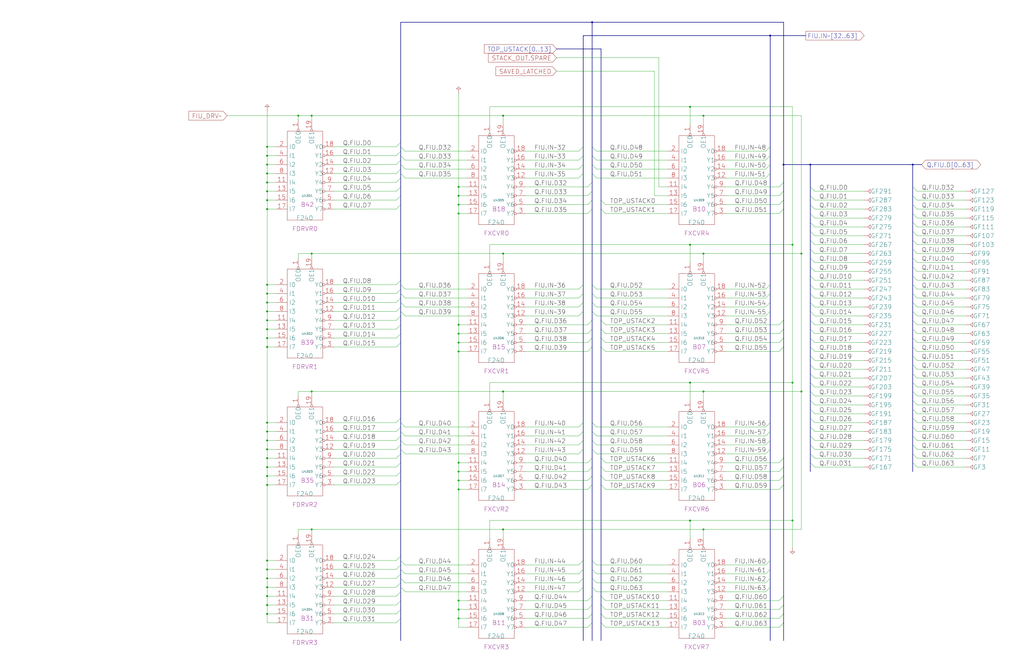
<source format=kicad_sch>
(kicad_sch (version 20250114) (generator "eeschema") (generator_version "9.0")
  (paper "User" 584.2 378.46)
  (title_block (title "FIU BUS TRANCEIVER\\nDATA PORTION") (date "22-MAY-90") (rev "1.0") (comment 1 "SEQUENCER") (comment 2 "232-003064") (comment 3 "S400") (comment 4 "RELEASED"))
  (junction (at 393.7 139.7))
  (junction (at 393.7 297.18))
  (junction (at 287.02 302.26))
  (junction (at 152.4 261.62))
  (junction (at 261.62 195.58))
  (junction (at 261.62 121.92))
  (junction (at 261.62 279.4))
  (junction (at 152.4 182.88))
  (junction (at 152.4 256.54))
  (junction (at 152.4 172.72))
  (junction (at 152.4 104.14))
  (junction (at 447.04 93.98))
  (junction (at 457.2 144.78))
  (junction (at 152.4 83.82))
  (junction (at 452.12 139.7))
  (junction (at 261.62 190.5))
  (junction (at 152.4 276.86))
  (junction (at 520.7 93.98))
  (junction (at 401.32 66.04))
  (junction (at 261.62 347.98))
  (junction (at 439.42 20.32))
  (junction (at 152.4 109.22))
  (junction (at 177.8 223.52))
  (junction (at 261.62 106.68))
  (junction (at 152.4 167.64))
  (junction (at 261.62 342.9))
  (junction (at 457.2 223.52))
  (junction (at 152.4 340.36))
  (junction (at 261.62 353.06))
  (junction (at 152.4 266.7))
  (junction (at 152.4 198.12))
  (junction (at 152.4 88.9))
  (junction (at 152.4 320.04))
  (junction (at 393.7 218.44))
  (junction (at 393.7 60.96))
  (junction (at 152.4 251.46))
  (junction (at 261.62 274.32))
  (junction (at 152.4 177.8))
  (junction (at 152.4 114.3))
  (junction (at 152.4 93.98))
  (junction (at 152.4 325.12))
  (junction (at 152.4 271.78))
  (junction (at 287.02 223.52))
  (junction (at 401.32 144.78))
  (junction (at 152.4 335.28))
  (junction (at 152.4 330.2))
  (junction (at 170.18 66.04))
  (junction (at 152.4 246.38))
  (junction (at 261.62 200.66))
  (junction (at 152.4 187.96))
  (junction (at 177.8 66.04))
  (junction (at 152.4 193.04))
  (junction (at 152.4 119.38))
  (junction (at 401.32 223.52))
  (junction (at 337.82 12.7))
  (junction (at 261.62 264.16))
  (junction (at 152.4 345.44))
  (junction (at 287.02 144.78))
  (junction (at 177.8 302.26))
  (junction (at 287.02 66.04))
  (junction (at 152.4 241.3))
  (junction (at 261.62 116.84))
  (junction (at 261.62 111.76))
  (junction (at 401.32 302.26))
  (junction (at 152.4 162.56))
  (junction (at 261.62 185.42))
  (junction (at 152.4 99.06))
  (junction (at 177.8 144.78))
  (junction (at 452.12 218.44))
  (junction (at 462.28 93.98))
  (junction (at 261.62 269.24))
  (junction (at 152.4 350.52))
  (junction (at 452.12 297.18))
  (bus_entry (at 228.6 81.28) (size -2.54 2.54))
  (bus_entry (at 447.04 187.96) (size -2.54 2.54))
  (bus_entry (at 439.42 167.64) (size -2.54 2.54))
  (bus_entry (at 337.82 330.2) (size 2.54 2.54))
  (bus_entry (at 337.82 198.12) (size -2.54 2.54))
  (bus_entry (at 520.7 106.68) (size 2.54 2.54))
  (bus_entry (at 462.28 132.08) (size 2.54 2.54))
  (bus_entry (at 228.6 353.06) (size -2.54 2.54))
  (bus_entry (at 439.42 88.9) (size -2.54 2.54))
  (bus_entry (at 447.04 340.36) (size -2.54 2.54))
  (bus_entry (at 439.42 256.54) (size -2.54 2.54))
  (bus_entry (at 342.9 261.62) (size 2.54 2.54))
  (bus_entry (at 520.7 187.96) (size 2.54 2.54))
  (bus_entry (at 342.9 198.12) (size 2.54 2.54))
  (bus_entry (at 520.7 248.92) (size 2.54 2.54))
  (bus_entry (at 520.7 198.12) (size 2.54 2.54))
  (bus_entry (at 228.6 335.28) (size 2.54 2.54))
  (bus_entry (at 228.6 317.5) (size -2.54 2.54))
  (bus_entry (at 342.9 350.52) (size 2.54 2.54))
  (bus_entry (at 342.9 119.38) (size 2.54 2.54))
  (bus_entry (at 342.9 345.44) (size 2.54 2.54))
  (bus_entry (at 332.74 88.9) (size -2.54 2.54))
  (bus_entry (at 462.28 167.64) (size 2.54 2.54))
  (bus_entry (at 447.04 350.52) (size -2.54 2.54))
  (bus_entry (at 228.6 99.06) (size 2.54 2.54))
  (bus_entry (at 332.74 162.56) (size -2.54 2.54))
  (bus_entry (at 342.9 182.88) (size 2.54 2.54))
  (bus_entry (at 447.04 271.78) (size -2.54 2.54))
  (bus_entry (at 337.82 187.96) (size -2.54 2.54))
  (bus_entry (at 520.7 157.48) (size 2.54 2.54))
  (bus_entry (at 228.6 167.64) (size 2.54 2.54))
  (bus_entry (at 520.7 142.24) (size 2.54 2.54))
  (bus_entry (at 520.7 243.84) (size 2.54 2.54))
  (bus_entry (at 520.7 111.76) (size 2.54 2.54))
  (bus_entry (at 337.82 271.78) (size -2.54 2.54))
  (bus_entry (at 520.7 264.16) (size 2.54 2.54))
  (bus_entry (at 447.04 119.38) (size -2.54 2.54))
  (bus_entry (at 462.28 121.92) (size 2.54 2.54))
  (bus_entry (at 520.7 167.64) (size 2.54 2.54))
  (bus_entry (at 228.6 175.26) (size -2.54 2.54))
  (bus_entry (at 228.6 269.24) (size -2.54 2.54))
  (bus_entry (at 462.28 233.68) (size 2.54 2.54))
  (bus_entry (at 462.28 106.68) (size 2.54 2.54))
  (bus_entry (at 332.74 172.72) (size -2.54 2.54))
  (bus_entry (at 462.28 198.12) (size 2.54 2.54))
  (bus_entry (at 337.82 261.62) (size -2.54 2.54))
  (bus_entry (at 462.28 116.84) (size 2.54 2.54))
  (bus_entry (at 520.7 213.36) (size 2.54 2.54))
  (bus_entry (at 228.6 83.82) (size 2.54 2.54))
  (bus_entry (at 337.82 119.38) (size -2.54 2.54))
  (bus_entry (at 462.28 142.24) (size 2.54 2.54))
  (bus_entry (at 332.74 320.04) (size -2.54 2.54))
  (bus_entry (at 520.7 121.92) (size 2.54 2.54))
  (bus_entry (at 447.04 266.7) (size -2.54 2.54))
  (bus_entry (at 342.9 187.96) (size 2.54 2.54))
  (bus_entry (at 462.28 157.48) (size 2.54 2.54))
  (bus_entry (at 337.82 320.04) (size 2.54 2.54))
  (bus_entry (at 228.6 190.5) (size -2.54 2.54))
  (bus_entry (at 342.9 193.04) (size 2.54 2.54))
  (bus_entry (at 332.74 330.2) (size -2.54 2.54))
  (bus_entry (at 228.6 180.34) (size -2.54 2.54))
  (bus_entry (at 337.82 340.36) (size -2.54 2.54))
  (bus_entry (at 462.28 187.96) (size 2.54 2.54))
  (bus_entry (at 332.74 325.12) (size -2.54 2.54))
  (bus_entry (at 462.28 152.4) (size 2.54 2.54))
  (bus_entry (at 462.28 218.44) (size 2.54 2.54))
  (bus_entry (at 337.82 251.46) (size 2.54 2.54))
  (bus_entry (at 332.74 167.64) (size -2.54 2.54))
  (bus_entry (at 332.74 83.82) (size -2.54 2.54))
  (bus_entry (at 462.28 177.8) (size 2.54 2.54))
  (bus_entry (at 520.7 218.44) (size 2.54 2.54))
  (bus_entry (at 337.82 172.72) (size 2.54 2.54))
  (bus_entry (at 228.6 111.76) (size -2.54 2.54))
  (bus_entry (at 520.7 223.52) (size 2.54 2.54))
  (bus_entry (at 462.28 208.28) (size 2.54 2.54))
  (bus_entry (at 462.28 259.08) (size 2.54 2.54))
  (bus_entry (at 337.82 88.9) (size 2.54 2.54))
  (bus_entry (at 342.9 355.6) (size 2.54 2.54))
  (bus_entry (at 337.82 99.06) (size 2.54 2.54))
  (bus_entry (at 520.7 152.4) (size 2.54 2.54))
  (bus_entry (at 520.7 177.8) (size 2.54 2.54))
  (bus_entry (at 228.6 116.84) (size -2.54 2.54))
  (bus_entry (at 439.42 83.82) (size -2.54 2.54))
  (bus_entry (at 228.6 106.68) (size -2.54 2.54))
  (bus_entry (at 447.04 104.14) (size -2.54 2.54))
  (bus_entry (at 520.7 132.08) (size 2.54 2.54))
  (bus_entry (at 337.82 241.3) (size 2.54 2.54))
  (bus_entry (at 447.04 261.62) (size -2.54 2.54))
  (bus_entry (at 439.42 330.2) (size -2.54 2.54))
  (bus_entry (at 228.6 342.9) (size -2.54 2.54))
  (bus_entry (at 337.82 345.44) (size -2.54 2.54))
  (bus_entry (at 337.82 162.56) (size 2.54 2.54))
  (bus_entry (at 332.74 251.46) (size -2.54 2.54))
  (bus_entry (at 342.9 271.78) (size 2.54 2.54))
  (bus_entry (at 337.82 335.28) (size 2.54 2.54))
  (bus_entry (at 462.28 147.32) (size 2.54 2.54))
  (bus_entry (at 520.7 182.88) (size 2.54 2.54))
  (bus_entry (at 447.04 276.86) (size -2.54 2.54))
  (bus_entry (at 439.42 93.98) (size -2.54 2.54))
  (bus_entry (at 228.6 195.58) (size -2.54 2.54))
  (bus_entry (at 337.82 325.12) (size 2.54 2.54))
  (bus_entry (at 520.7 127) (size 2.54 2.54))
  (bus_entry (at 462.28 238.76) (size 2.54 2.54))
  (bus_entry (at 520.7 233.68) (size 2.54 2.54))
  (bus_entry (at 342.9 276.86) (size 2.54 2.54))
  (bus_entry (at 462.28 162.56) (size 2.54 2.54))
  (bus_entry (at 332.74 241.3) (size -2.54 2.54))
  (bus_entry (at 337.82 167.64) (size 2.54 2.54))
  (bus_entry (at 337.82 256.54) (size 2.54 2.54))
  (bus_entry (at 462.28 254) (size 2.54 2.54))
  (bus_entry (at 520.7 137.16) (size 2.54 2.54))
  (bus_entry (at 439.42 241.3) (size -2.54 2.54))
  (bus_entry (at 520.7 203.2) (size 2.54 2.54))
  (bus_entry (at 228.6 86.36) (size -2.54 2.54))
  (bus_entry (at 520.7 259.08) (size 2.54 2.54))
  (bus_entry (at 520.7 147.32) (size 2.54 2.54))
  (bus_entry (at 520.7 254) (size 2.54 2.54))
  (bus_entry (at 228.6 165.1) (size -2.54 2.54))
  (bus_entry (at 228.6 251.46) (size 2.54 2.54))
  (bus_entry (at 462.28 182.88) (size 2.54 2.54))
  (bus_entry (at 228.6 238.76) (size -2.54 2.54))
  (bus_entry (at 228.6 248.92) (size -2.54 2.54))
  (bus_entry (at 228.6 185.42) (size -2.54 2.54))
  (bus_entry (at 228.6 347.98) (size -2.54 2.54))
  (bus_entry (at 520.7 193.04) (size 2.54 2.54))
  (bus_entry (at 332.74 99.06) (size -2.54 2.54))
  (bus_entry (at 228.6 177.8) (size 2.54 2.54))
  (bus_entry (at 337.82 109.22) (size -2.54 2.54))
  (bus_entry (at 447.04 193.04) (size -2.54 2.54))
  (bus_entry (at 462.28 248.92) (size 2.54 2.54))
  (bus_entry (at 337.82 246.38) (size 2.54 2.54))
  (bus_entry (at 462.28 127) (size 2.54 2.54))
  (bus_entry (at 337.82 193.04) (size -2.54 2.54))
  (bus_entry (at 228.6 259.08) (size -2.54 2.54))
  (bus_entry (at 337.82 266.7) (size -2.54 2.54))
  (bus_entry (at 228.6 337.82) (size -2.54 2.54))
  (bus_entry (at 228.6 91.44) (size -2.54 2.54))
  (bus_entry (at 447.04 198.12) (size -2.54 2.54))
  (bus_entry (at 447.04 114.3) (size -2.54 2.54))
  (bus_entry (at 228.6 246.38) (size 2.54 2.54))
  (bus_entry (at 337.82 177.8) (size 2.54 2.54))
  (bus_entry (at 228.6 101.6) (size -2.54 2.54))
  (bus_entry (at 447.04 355.6) (size -2.54 2.54))
  (bus_entry (at 228.6 160.02) (size -2.54 2.54))
  (bus_entry (at 439.42 99.06) (size -2.54 2.54))
  (bus_entry (at 337.82 355.6) (size -2.54 2.54))
  (bus_entry (at 337.82 93.98) (size 2.54 2.54))
  (bus_entry (at 520.7 238.76) (size 2.54 2.54))
  (bus_entry (at 439.42 177.8) (size -2.54 2.54))
  (bus_entry (at 337.82 114.3) (size -2.54 2.54))
  (bus_entry (at 342.9 114.3) (size 2.54 2.54))
  (bus_entry (at 228.6 170.18) (size -2.54 2.54))
  (bus_entry (at 337.82 83.82) (size 2.54 2.54))
  (bus_entry (at 228.6 241.3) (size 2.54 2.54))
  (bus_entry (at 228.6 325.12) (size 2.54 2.54))
  (bus_entry (at 462.28 203.2) (size 2.54 2.54))
  (bus_entry (at 447.04 109.22) (size -2.54 2.54))
  (bus_entry (at 447.04 182.88) (size -2.54 2.54))
  (bus_entry (at 462.28 228.6) (size 2.54 2.54))
  (bus_entry (at 332.74 93.98) (size -2.54 2.54))
  (bus_entry (at 439.42 335.28) (size -2.54 2.54))
  (bus_entry (at 520.7 162.56) (size 2.54 2.54))
  (bus_entry (at 462.28 193.04) (size 2.54 2.54))
  (bus_entry (at 439.42 320.04) (size -2.54 2.54))
  (bus_entry (at 228.6 264.16) (size -2.54 2.54))
  (bus_entry (at 447.04 345.44) (size -2.54 2.54))
  (bus_entry (at 520.7 228.6) (size 2.54 2.54))
  (bus_entry (at 462.28 111.76) (size 2.54 2.54))
  (bus_entry (at 520.7 116.84) (size 2.54 2.54))
  (bus_entry (at 228.6 172.72) (size 2.54 2.54))
  (bus_entry (at 228.6 93.98) (size 2.54 2.54))
  (bus_entry (at 332.74 335.28) (size -2.54 2.54))
  (bus_entry (at 462.28 213.36) (size 2.54 2.54))
  (bus_entry (at 228.6 256.54) (size 2.54 2.54))
  (bus_entry (at 462.28 137.16) (size 2.54 2.54))
  (bus_entry (at 462.28 264.16) (size 2.54 2.54))
  (bus_entry (at 342.9 266.7) (size 2.54 2.54))
  (bus_entry (at 337.82 104.14) (size -2.54 2.54))
  (bus_entry (at 228.6 96.52) (size -2.54 2.54))
  (bus_entry (at 439.42 172.72) (size -2.54 2.54))
  (bus_entry (at 462.28 243.84) (size 2.54 2.54))
  (bus_entry (at 228.6 88.9) (size 2.54 2.54))
  (bus_entry (at 228.6 322.58) (size -2.54 2.54))
  (bus_entry (at 228.6 274.32) (size -2.54 2.54))
  (bus_entry (at 462.28 223.52) (size 2.54 2.54))
  (bus_entry (at 520.7 208.28) (size 2.54 2.54))
  (bus_entry (at 439.42 246.38) (size -2.54 2.54))
  (bus_entry (at 228.6 320.04) (size 2.54 2.54))
  (bus_entry (at 439.42 325.12) (size -2.54 2.54))
  (bus_entry (at 228.6 254) (size -2.54 2.54))
  (bus_entry (at 439.42 251.46) (size -2.54 2.54))
  (bus_entry (at 228.6 330.2) (size 2.54 2.54))
  (bus_entry (at 337.82 350.52) (size -2.54 2.54))
  (bus_entry (at 228.6 332.74) (size -2.54 2.54))
  (bus_entry (at 462.28 172.72) (size 2.54 2.54))
  (bus_entry (at 228.6 327.66) (size -2.54 2.54))
  (bus_entry (at 332.74 177.8) (size -2.54 2.54))
  (bus_entry (at 342.9 340.36) (size 2.54 2.54))
  (bus_entry (at 520.7 172.72) (size 2.54 2.54))
  (bus_entry (at 332.74 256.54) (size -2.54 2.54))
  (bus_entry (at 228.6 162.56) (size 2.54 2.54))
  (bus_entry (at 337.82 276.86) (size -2.54 2.54))
  (bus_entry (at 439.42 162.56) (size -2.54 2.54))
  (bus_entry (at 332.74 246.38) (size -2.54 2.54))
  (bus_entry (at 228.6 243.84) (size -2.54 2.54))
  (bus_entry (at 337.82 182.88) (size -2.54 2.54))
  (wire (pts (xy 152.4 93.98) (xy 157.48 93.98)))
  (wire (pts (xy 393.7 307.34) (xy 393.7 297.18)))
  (bus (pts (xy 447.04 266.7) (xy 447.04 271.78)))
  (bus (pts (xy 462.28 121.92) (xy 462.28 127)))
  (bus (pts (xy 337.82 162.56) (xy 337.82 167.64)))
  (wire (pts (xy 523.24 256.54) (xy 551.18 256.54)))
  (wire (pts (xy 345.44 353.06) (xy 381 353.06)))
  (wire (pts (xy 157.48 162.56) (xy 152.4 162.56)))
  (bus (pts (xy 228.6 195.58) (xy 228.6 238.76)))
  (wire (pts (xy 373.38 40.64) (xy 373.38 111.76)))
  (wire (pts (xy 414.02 185.42) (xy 444.5 185.42)))
  (bus (pts (xy 462.28 218.44) (xy 462.28 223.52)))
  (wire (pts (xy 414.02 86.36) (xy 436.88 86.36)))
  (bus (pts (xy 228.6 12.7) (xy 337.82 12.7)))
  (wire (pts (xy 345.44 279.4) (xy 381 279.4)))
  (wire (pts (xy 299.72 248.92) (xy 330.2 248.92)))
  (wire (pts (xy 261.62 353.06) (xy 266.7 353.06)))
  (wire (pts (xy 345.44 116.84) (xy 381 116.84)))
  (wire (pts (xy 177.8 223.52) (xy 287.02 223.52)))
  (wire (pts (xy 414.02 175.26) (xy 436.88 175.26)))
  (wire (pts (xy 464.82 185.42) (xy 492.76 185.42)))
  (bus (pts (xy 462.28 264.16) (xy 462.28 269.24)))
  (wire (pts (xy 464.82 124.46) (xy 492.76 124.46)))
  (wire (pts (xy 523.24 185.42) (xy 551.18 185.42)))
  (wire (pts (xy 190.5 335.28) (xy 226.06 335.28)))
  (wire (pts (xy 414.02 180.34) (xy 436.88 180.34)))
  (bus (pts (xy 228.6 165.1) (xy 228.6 167.64)))
  (wire (pts (xy 523.24 160.02) (xy 551.18 160.02)))
  (wire (pts (xy 152.4 177.8) (xy 157.48 177.8)))
  (bus (pts (xy 342.9 193.04) (xy 342.9 198.12)))
  (bus (pts (xy 439.42 20.32) (xy 439.42 83.82)))
  (wire (pts (xy 266.7 200.66) (xy 261.62 200.66)))
  (wire (pts (xy 464.82 236.22) (xy 492.76 236.22)))
  (wire (pts (xy 414.02 170.18) (xy 436.88 170.18)))
  (wire (pts (xy 287.02 223.52) (xy 401.32 223.52)))
  (wire (pts (xy 464.82 180.34) (xy 492.76 180.34)))
  (wire (pts (xy 190.5 320.04) (xy 226.06 320.04)))
  (wire (pts (xy 523.24 266.7) (xy 551.18 266.7)))
  (wire (pts (xy 190.5 193.04) (xy 226.06 193.04)))
  (bus (pts (xy 447.04 182.88) (xy 447.04 187.96)))
  (wire (pts (xy 190.5 330.2) (xy 226.06 330.2)))
  (wire (pts (xy 279.4 60.96) (xy 393.7 60.96)))
  (wire (pts (xy 523.24 200.66) (xy 551.18 200.66)))
  (wire (pts (xy 523.24 154.94) (xy 551.18 154.94)))
  (wire (pts (xy 299.72 101.6) (xy 330.2 101.6)))
  (wire (pts (xy 279.4 297.18) (xy 279.4 307.34)))
  (wire (pts (xy 523.24 180.34) (xy 551.18 180.34)))
  (wire (pts (xy 299.72 175.26) (xy 330.2 175.26)))
  (bus (pts (xy 332.74 99.06) (xy 332.74 162.56)))
  (wire (pts (xy 345.44 190.5) (xy 381 190.5)))
  (wire (pts (xy 401.32 307.34) (xy 401.32 302.26)))
  (bus (pts (xy 520.7 198.12) (xy 520.7 203.2)))
  (wire (pts (xy 261.62 358.14) (xy 261.62 353.06)))
  (bus (pts (xy 520.7 228.6) (xy 520.7 233.68)))
  (wire (pts (xy 170.18 304.8) (xy 170.18 302.26)))
  (bus (pts (xy 439.42 93.98) (xy 439.42 99.06)))
  (wire (pts (xy 152.4 261.62) (xy 152.4 266.7)))
  (bus (pts (xy 228.6 248.92) (xy 228.6 251.46)))
  (wire (pts (xy 414.02 243.84) (xy 436.88 243.84)))
  (bus (pts (xy 520.7 223.52) (xy 520.7 228.6)))
  (wire (pts (xy 452.12 297.18) (xy 452.12 312.42)))
  (wire (pts (xy 190.5 99.06) (xy 226.06 99.06)))
  (wire (pts (xy 190.5 340.36) (xy 226.06 340.36)))
  (wire (pts (xy 279.4 139.7) (xy 279.4 149.86)))
  (wire (pts (xy 266.7 121.92) (xy 261.62 121.92)))
  (wire (pts (xy 464.82 195.58) (xy 492.76 195.58)))
  (wire (pts (xy 414.02 259.08) (xy 436.88 259.08)))
  (bus (pts (xy 520.7 203.2) (xy 520.7 208.28)))
  (wire (pts (xy 231.14 91.44) (xy 266.7 91.44)))
  (wire (pts (xy 299.72 116.84) (xy 335.28 116.84)))
  (wire (pts (xy 523.24 210.82) (xy 551.18 210.82)))
  (bus (pts (xy 462.28 187.96) (xy 462.28 193.04)))
  (wire (pts (xy 523.24 119.38) (xy 551.18 119.38)))
  (bus (pts (xy 228.6 177.8) (xy 228.6 180.34)))
  (bus (pts (xy 228.6 317.5) (xy 228.6 320.04)))
  (wire (pts (xy 190.5 182.88) (xy 226.06 182.88)))
  (bus (pts (xy 520.7 132.08) (xy 520.7 137.16)))
  (wire (pts (xy 523.24 205.74) (xy 551.18 205.74)))
  (bus (pts (xy 228.6 337.82) (xy 228.6 342.9)))
  (bus (pts (xy 228.6 172.72) (xy 228.6 175.26)))
  (bus (pts (xy 337.82 246.38) (xy 337.82 251.46)))
  (bus (pts (xy 337.82 114.3) (xy 337.82 119.38)))
  (wire (pts (xy 190.5 114.3) (xy 226.06 114.3)))
  (wire (pts (xy 231.14 96.52) (xy 266.7 96.52)))
  (bus (pts (xy 337.82 177.8) (xy 337.82 182.88)))
  (wire (pts (xy 345.44 358.14) (xy 381 358.14)))
  (bus (pts (xy 342.9 114.3) (xy 342.9 119.38)))
  (bus (pts (xy 462.28 193.04) (xy 462.28 198.12)))
  (wire (pts (xy 152.4 162.56) (xy 152.4 167.64)))
  (wire (pts (xy 464.82 114.3) (xy 492.76 114.3)))
  (bus (pts (xy 439.42 320.04) (xy 439.42 325.12)))
  (wire (pts (xy 340.36 101.6) (xy 381 101.6)))
  (wire (pts (xy 152.4 88.9) (xy 157.48 88.9)))
  (wire (pts (xy 340.36 91.44) (xy 381 91.44)))
  (wire (pts (xy 414.02 279.4) (xy 444.5 279.4)))
  (bus (pts (xy 337.82 172.72) (xy 337.82 177.8)))
  (wire (pts (xy 523.24 241.3) (xy 551.18 241.3)))
  (wire (pts (xy 457.2 144.78) (xy 457.2 223.52)))
  (wire (pts (xy 464.82 190.5) (xy 492.76 190.5)))
  (wire (pts (xy 523.24 226.06) (xy 551.18 226.06)))
  (bus (pts (xy 447.04 93.98) (xy 462.28 93.98)))
  (wire (pts (xy 261.62 53.34) (xy 261.62 106.68)))
  (bus (pts (xy 228.6 353.06) (xy 228.6 365.76)))
  (bus (pts (xy 228.6 190.5) (xy 228.6 195.58)))
  (wire (pts (xy 401.32 228.6) (xy 401.32 223.52)))
  (wire (pts (xy 523.24 149.86) (xy 551.18 149.86)))
  (wire (pts (xy 190.5 119.38) (xy 226.06 119.38)))
  (bus (pts (xy 228.6 327.66) (xy 228.6 330.2)))
  (wire (pts (xy 152.4 119.38) (xy 157.48 119.38)))
  (bus (pts (xy 337.82 83.82) (xy 337.82 88.9)))
  (wire (pts (xy 340.36 180.34) (xy 381 180.34)))
  (bus (pts (xy 228.6 170.18) (xy 228.6 172.72)))
  (wire (pts (xy 190.5 167.64) (xy 226.06 167.64)))
  (bus (pts (xy 337.82 119.38) (xy 337.82 162.56)))
  (wire (pts (xy 190.5 276.86) (xy 226.06 276.86)))
  (wire (pts (xy 129.54 66.04) (xy 170.18 66.04)))
  (wire (pts (xy 152.4 167.64) (xy 157.48 167.64)))
  (bus (pts (xy 462.28 213.36) (xy 462.28 218.44)))
  (wire (pts (xy 414.02 342.9) (xy 444.5 342.9)))
  (bus (pts (xy 228.6 83.82) (xy 228.6 86.36)))
  (bus (pts (xy 342.9 261.62) (xy 342.9 266.7)))
  (bus (pts (xy 447.04 340.36) (xy 447.04 345.44)))
  (wire (pts (xy 340.36 243.84) (xy 381 243.84)))
  (bus (pts (xy 332.74 162.56) (xy 332.74 167.64)))
  (wire (pts (xy 152.4 271.78) (xy 152.4 276.86)))
  (wire (pts (xy 464.82 246.38) (xy 492.76 246.38)))
  (wire (pts (xy 170.18 144.78) (xy 177.8 144.78)))
  (wire (pts (xy 523.24 195.58) (xy 551.18 195.58)))
  (wire (pts (xy 523.24 215.9) (xy 551.18 215.9)))
  (bus (pts (xy 228.6 254) (xy 228.6 256.54)))
  (wire (pts (xy 261.62 347.98) (xy 261.62 342.9)))
  (bus (pts (xy 462.28 248.92) (xy 462.28 254)))
  (wire (pts (xy 523.24 236.22) (xy 551.18 236.22)))
  (wire (pts (xy 190.5 350.52) (xy 226.06 350.52)))
  (bus (pts (xy 520.7 177.8) (xy 520.7 182.88)))
  (wire (pts (xy 152.4 99.06) (xy 152.4 104.14)))
  (bus (pts (xy 462.28 167.64) (xy 462.28 172.72)))
  (wire (pts (xy 231.14 170.18) (xy 266.7 170.18)))
  (wire (pts (xy 523.24 220.98) (xy 551.18 220.98)))
  (wire (pts (xy 152.4 167.64) (xy 152.4 172.72)))
  (bus (pts (xy 520.7 264.16) (xy 520.7 269.24)))
  (bus (pts (xy 342.9 350.52) (xy 342.9 355.6)))
  (wire (pts (xy 261.62 195.58) (xy 261.62 190.5)))
  (wire (pts (xy 231.14 337.82) (xy 266.7 337.82)))
  (wire (pts (xy 287.02 302.26) (xy 401.32 302.26)))
  (bus (pts (xy 228.6 99.06) (xy 228.6 101.6)))
  (wire (pts (xy 464.82 160.02) (xy 492.76 160.02)))
  (wire (pts (xy 231.14 254) (xy 266.7 254)))
  (bus (pts (xy 439.42 99.06) (xy 439.42 162.56)))
  (wire (pts (xy 287.02 66.04) (xy 401.32 66.04)))
  (wire (pts (xy 231.14 175.26) (xy 266.7 175.26)))
  (wire (pts (xy 170.18 147.32) (xy 170.18 144.78)))
  (bus (pts (xy 439.42 83.82) (xy 439.42 88.9)))
  (wire (pts (xy 152.4 198.12) (xy 152.4 241.3)))
  (bus (pts (xy 462.28 172.72) (xy 462.28 177.8)))
  (wire (pts (xy 414.02 358.14) (xy 444.5 358.14)))
  (wire (pts (xy 523.24 134.62) (xy 551.18 134.62)))
  (wire (pts (xy 523.24 124.46) (xy 551.18 124.46)))
  (bus (pts (xy 228.6 269.24) (xy 228.6 274.32)))
  (wire (pts (xy 152.4 261.62) (xy 157.48 261.62)))
  (bus (pts (xy 228.6 264.16) (xy 228.6 269.24)))
  (bus (pts (xy 332.74 241.3) (xy 332.74 246.38)))
  (wire (pts (xy 152.4 83.82) (xy 152.4 88.9)))
  (bus (pts (xy 228.6 86.36) (xy 228.6 88.9)))
  (bus (pts (xy 337.82 88.9) (xy 337.82 93.98)))
  (wire (pts (xy 401.32 66.04) (xy 457.2 66.04)))
  (wire (pts (xy 152.4 251.46) (xy 157.48 251.46)))
  (bus (pts (xy 462.28 208.28) (xy 462.28 213.36)))
  (wire (pts (xy 299.72 322.58) (xy 330.2 322.58)))
  (wire (pts (xy 414.02 190.5) (xy 444.5 190.5)))
  (bus (pts (xy 228.6 93.98) (xy 228.6 96.52)))
  (wire (pts (xy 345.44 347.98) (xy 381 347.98)))
  (wire (pts (xy 152.4 256.54) (xy 157.48 256.54)))
  (bus (pts (xy 342.9 27.94) (xy 342.9 114.3)))
  (wire (pts (xy 190.5 325.12) (xy 226.06 325.12)))
  (bus (pts (xy 228.6 167.64) (xy 228.6 170.18)))
  (bus (pts (xy 520.7 248.92) (xy 520.7 254)))
  (bus (pts (xy 337.82 330.2) (xy 337.82 335.28)))
  (bus (pts (xy 462.28 243.84) (xy 462.28 248.92)))
  (bus (pts (xy 439.42 241.3) (xy 439.42 246.38)))
  (bus (pts (xy 439.42 256.54) (xy 439.42 320.04)))
  (wire (pts (xy 170.18 68.58) (xy 170.18 66.04)))
  (wire (pts (xy 287.02 228.6) (xy 287.02 223.52)))
  (bus (pts (xy 462.28 203.2) (xy 462.28 208.28)))
  (bus (pts (xy 520.7 157.48) (xy 520.7 162.56)))
  (bus (pts (xy 332.74 246.38) (xy 332.74 251.46)))
  (wire (pts (xy 414.02 111.76) (xy 444.5 111.76)))
  (wire (pts (xy 340.36 254) (xy 381 254)))
  (wire (pts (xy 152.4 340.36) (xy 152.4 345.44)))
  (wire (pts (xy 279.4 60.96) (xy 279.4 71.12)))
  (wire (pts (xy 340.36 322.58) (xy 381 322.58)))
  (bus (pts (xy 520.7 243.84) (xy 520.7 248.92)))
  (wire (pts (xy 261.62 185.42) (xy 266.7 185.42)))
  (bus (pts (xy 337.82 345.44) (xy 337.82 350.52)))
  (wire (pts (xy 177.8 302.26) (xy 287.02 302.26)))
  (bus (pts (xy 337.82 187.96) (xy 337.82 193.04)))
  (wire (pts (xy 190.5 177.8) (xy 226.06 177.8)))
  (bus (pts (xy 462.28 238.76) (xy 462.28 243.84)))
  (wire (pts (xy 152.4 119.38) (xy 152.4 162.56)))
  (wire (pts (xy 152.4 172.72) (xy 157.48 172.72)))
  (wire (pts (xy 340.36 332.74) (xy 381 332.74)))
  (wire (pts (xy 345.44 195.58) (xy 381 195.58)))
  (wire (pts (xy 414.02 200.66) (xy 444.5 200.66)))
  (bus (pts (xy 332.74 83.82) (xy 332.74 88.9)))
  (wire (pts (xy 261.62 190.5) (xy 261.62 185.42)))
  (wire (pts (xy 231.14 248.92) (xy 266.7 248.92)))
  (wire (pts (xy 152.4 335.28) (xy 152.4 340.36)))
  (bus (pts (xy 342.9 340.36) (xy 342.9 345.44)))
  (wire (pts (xy 299.72 254) (xy 330.2 254)))
  (wire (pts (xy 414.02 101.6) (xy 436.88 101.6)))
  (bus (pts (xy 447.04 193.04) (xy 447.04 198.12)))
  (wire (pts (xy 152.4 256.54) (xy 152.4 261.62)))
  (wire (pts (xy 414.02 96.52) (xy 436.88 96.52)))
  (wire (pts (xy 190.5 172.72) (xy 226.06 172.72)))
  (bus (pts (xy 337.82 104.14) (xy 337.82 109.22)))
  (bus (pts (xy 462.28 147.32) (xy 462.28 152.4)))
  (wire (pts (xy 190.5 251.46) (xy 226.06 251.46)))
  (bus (pts (xy 228.6 106.68) (xy 228.6 111.76)))
  (bus (pts (xy 439.42 162.56) (xy 439.42 167.64)))
  (wire (pts (xy 414.02 337.82) (xy 436.88 337.82)))
  (wire (pts (xy 152.4 104.14) (xy 157.48 104.14)))
  (wire (pts (xy 152.4 345.44) (xy 157.48 345.44)))
  (wire (pts (xy 299.72 342.9) (xy 335.28 342.9)))
  (bus (pts (xy 342.9 266.7) (xy 342.9 271.78)))
  (bus (pts (xy 520.7 167.64) (xy 520.7 172.72)))
  (wire (pts (xy 231.14 332.74) (xy 266.7 332.74)))
  (wire (pts (xy 152.4 266.7) (xy 152.4 271.78)))
  (wire (pts (xy 261.62 195.58) (xy 266.7 195.58)))
  (wire (pts (xy 152.4 182.88) (xy 157.48 182.88)))
  (wire (pts (xy 464.82 226.06) (xy 492.76 226.06)))
  (bus (pts (xy 447.04 198.12) (xy 447.04 261.62)))
  (bus (pts (xy 520.7 208.28) (xy 520.7 213.36)))
  (wire (pts (xy 464.82 109.22) (xy 492.76 109.22)))
  (bus (pts (xy 342.9 182.88) (xy 342.9 187.96)))
  (wire (pts (xy 414.02 254) (xy 436.88 254)))
  (bus (pts (xy 462.28 111.76) (xy 462.28 116.84)))
  (bus (pts (xy 342.9 345.44) (xy 342.9 350.52)))
  (bus (pts (xy 337.82 198.12) (xy 337.82 241.3)))
  (wire (pts (xy 401.32 144.78) (xy 457.2 144.78)))
  (wire (pts (xy 464.82 154.94) (xy 492.76 154.94)))
  (wire (pts (xy 152.4 325.12) (xy 152.4 330.2)))
  (bus (pts (xy 228.6 335.28) (xy 228.6 337.82)))
  (wire (pts (xy 157.48 241.3) (xy 152.4 241.3)))
  (wire (pts (xy 317.5 40.64) (xy 373.38 40.64)))
  (wire (pts (xy 345.44 185.42) (xy 381 185.42)))
  (wire (pts (xy 152.4 114.3) (xy 152.4 119.38)))
  (wire (pts (xy 152.4 187.96) (xy 152.4 193.04)))
  (wire (pts (xy 414.02 116.84) (xy 444.5 116.84)))
  (wire (pts (xy 152.4 63.5) (xy 152.4 83.82)))
  (bus (pts (xy 462.28 106.68) (xy 462.28 111.76)))
  (wire (pts (xy 152.4 193.04) (xy 157.48 193.04)))
  (bus (pts (xy 337.82 99.06) (xy 337.82 104.14)))
  (bus (pts (xy 439.42 246.38) (xy 439.42 251.46)))
  (bus (pts (xy 228.6 320.04) (xy 228.6 322.58)))
  (wire (pts (xy 299.72 106.68) (xy 335.28 106.68)))
  (wire (pts (xy 279.4 218.44) (xy 279.4 228.6)))
  (wire (pts (xy 157.48 83.82) (xy 152.4 83.82)))
  (wire (pts (xy 464.82 129.54) (xy 492.76 129.54)))
  (wire (pts (xy 152.4 241.3) (xy 152.4 246.38)))
  (bus (pts (xy 520.7 137.16) (xy 520.7 142.24)))
  (bus (pts (xy 462.28 259.08) (xy 462.28 264.16)))
  (wire (pts (xy 393.7 228.6) (xy 393.7 218.44)))
  (bus (pts (xy 228.6 322.58) (xy 228.6 325.12)))
  (wire (pts (xy 190.5 266.7) (xy 226.06 266.7)))
  (wire (pts (xy 414.02 274.32) (xy 444.5 274.32)))
  (bus (pts (xy 337.82 251.46) (xy 337.82 256.54)))
  (bus (pts (xy 337.82 355.6) (xy 337.82 365.76)))
  (wire (pts (xy 287.02 71.12) (xy 287.02 66.04)))
  (wire (pts (xy 340.36 165.1) (xy 381 165.1)))
  (wire (pts (xy 261.62 274.32) (xy 261.62 269.24)))
  (wire (pts (xy 190.5 187.96) (xy 226.06 187.96)))
  (wire (pts (xy 299.72 200.66) (xy 335.28 200.66)))
  (bus (pts (xy 337.82 182.88) (xy 337.82 187.96)))
  (bus (pts (xy 337.82 350.52) (xy 337.82 355.6)))
  (wire (pts (xy 177.8 223.52) (xy 177.8 226.06)))
  (wire (pts (xy 190.5 104.14) (xy 226.06 104.14)))
  (bus (pts (xy 337.82 193.04) (xy 337.82 198.12)))
  (bus (pts (xy 439.42 325.12) (xy 439.42 330.2)))
  (wire (pts (xy 261.62 200.66) (xy 261.62 264.16)))
  (bus (pts (xy 342.9 276.86) (xy 342.9 340.36)))
  (bus (pts (xy 228.6 347.98) (xy 228.6 353.06)))
  (wire (pts (xy 452.12 218.44) (xy 452.12 297.18)))
  (wire (pts (xy 152.4 340.36) (xy 157.48 340.36)))
  (bus (pts (xy 332.74 177.8) (xy 332.74 241.3)))
  (wire (pts (xy 152.4 276.86) (xy 157.48 276.86)))
  (bus (pts (xy 462.28 142.24) (xy 462.28 147.32)))
  (bus (pts (xy 228.6 325.12) (xy 228.6 327.66)))
  (wire (pts (xy 393.7 60.96) (xy 452.12 60.96)))
  (wire (pts (xy 190.5 345.44) (xy 226.06 345.44)))
  (wire (pts (xy 152.4 350.52) (xy 152.4 355.6)))
  (wire (pts (xy 457.2 223.52) (xy 457.2 302.26)))
  (wire (pts (xy 152.4 88.9) (xy 152.4 93.98)))
  (wire (pts (xy 287.02 149.86) (xy 287.02 144.78)))
  (wire (pts (xy 299.72 180.34) (xy 330.2 180.34)))
  (wire (pts (xy 177.8 66.04) (xy 287.02 66.04)))
  (wire (pts (xy 401.32 302.26) (xy 457.2 302.26)))
  (bus (pts (xy 447.04 12.7) (xy 447.04 93.98)))
  (bus (pts (xy 332.74 320.04) (xy 332.74 325.12)))
  (bus (pts (xy 439.42 167.64) (xy 439.42 172.72)))
  (bus (pts (xy 228.6 330.2) (xy 228.6 332.74)))
  (wire (pts (xy 523.24 246.38) (xy 551.18 246.38)))
  (wire (pts (xy 261.62 342.9) (xy 266.7 342.9)))
  (wire (pts (xy 523.24 144.78) (xy 551.18 144.78)))
  (wire (pts (xy 523.24 251.46) (xy 551.18 251.46)))
  (bus (pts (xy 228.6 256.54) (xy 228.6 259.08)))
  (wire (pts (xy 375.92 106.68) (xy 381 106.68)))
  (wire (pts (xy 523.24 190.5) (xy 551.18 190.5)))
  (bus (pts (xy 337.82 167.64) (xy 337.82 172.72)))
  (wire (pts (xy 190.5 83.82) (xy 226.06 83.82)))
  (bus (pts (xy 337.82 256.54) (xy 337.82 261.62)))
  (bus (pts (xy 228.6 101.6) (xy 228.6 106.68)))
  (wire (pts (xy 464.82 170.18) (xy 492.76 170.18)))
  (bus (pts (xy 439.42 335.28) (xy 439.42 365.76)))
  (wire (pts (xy 261.62 269.24) (xy 261.62 264.16)))
  (bus (pts (xy 228.6 180.34) (xy 228.6 185.42)))
  (wire (pts (xy 393.7 297.18) (xy 452.12 297.18)))
  (bus (pts (xy 520.7 127) (xy 520.7 132.08)))
  (wire (pts (xy 152.4 198.12) (xy 157.48 198.12)))
  (wire (pts (xy 261.62 106.68) (xy 266.7 106.68)))
  (wire (pts (xy 464.82 231.14) (xy 492.76 231.14)))
  (bus (pts (xy 520.7 187.96) (xy 520.7 193.04)))
  (bus (pts (xy 228.6 332.74) (xy 228.6 335.28)))
  (wire (pts (xy 464.82 210.82) (xy 492.76 210.82)))
  (bus (pts (xy 342.9 119.38) (xy 342.9 182.88)))
  (bus (pts (xy 337.82 320.04) (xy 337.82 325.12)))
  (wire (pts (xy 152.4 266.7) (xy 157.48 266.7)))
  (wire (pts (xy 152.4 93.98) (xy 152.4 99.06)))
  (bus (pts (xy 228.6 12.7) (xy 228.6 81.28)))
  (wire (pts (xy 261.62 279.4) (xy 261.62 342.9)))
  (bus (pts (xy 342.9 187.96) (xy 342.9 193.04)))
  (bus (pts (xy 337.82 241.3) (xy 337.82 246.38)))
  (bus (pts (xy 228.6 111.76) (xy 228.6 116.84)))
  (wire (pts (xy 152.4 355.6) (xy 157.48 355.6)))
  (bus (pts (xy 447.04 261.62) (xy 447.04 266.7)))
  (wire (pts (xy 414.02 327.66) (xy 436.88 327.66)))
  (wire (pts (xy 279.4 297.18) (xy 393.7 297.18)))
  (bus (pts (xy 337.82 93.98) (xy 337.82 99.06)))
  (wire (pts (xy 261.62 347.98) (xy 266.7 347.98)))
  (wire (pts (xy 190.5 271.78) (xy 226.06 271.78)))
  (bus (pts (xy 228.6 259.08) (xy 228.6 264.16)))
  (bus (pts (xy 228.6 238.76) (xy 228.6 241.3)))
  (wire (pts (xy 231.14 243.84) (xy 266.7 243.84)))
  (wire (pts (xy 299.72 96.52) (xy 330.2 96.52)))
  (bus (pts (xy 462.28 228.6) (xy 462.28 233.68)))
  (bus (pts (xy 228.6 251.46) (xy 228.6 254)))
  (wire (pts (xy 261.62 111.76) (xy 266.7 111.76)))
  (wire (pts (xy 299.72 190.5) (xy 335.28 190.5)))
  (wire (pts (xy 299.72 165.1) (xy 330.2 165.1)))
  (wire (pts (xy 345.44 121.92) (xy 381 121.92)))
  (wire (pts (xy 345.44 269.24) (xy 381 269.24)))
  (wire (pts (xy 190.5 93.98) (xy 226.06 93.98)))
  (wire (pts (xy 152.4 276.86) (xy 152.4 320.04)))
  (wire (pts (xy 299.72 170.18) (xy 330.2 170.18)))
  (bus (pts (xy 342.9 271.78) (xy 342.9 276.86)))
  (wire (pts (xy 464.82 149.86) (xy 492.76 149.86)))
  (wire (pts (xy 170.18 226.06) (xy 170.18 223.52)))
  (wire (pts (xy 261.62 269.24) (xy 266.7 269.24)))
  (wire (pts (xy 299.72 185.42) (xy 335.28 185.42)))
  (wire (pts (xy 464.82 200.66) (xy 492.76 200.66)))
  (bus (pts (xy 439.42 251.46) (xy 439.42 256.54)))
  (wire (pts (xy 345.44 274.32) (xy 381 274.32)))
  (wire (pts (xy 231.14 259.08) (xy 266.7 259.08)))
  (bus (pts (xy 439.42 20.32) (xy 459.74 20.32)))
  (wire (pts (xy 299.72 358.14) (xy 335.28 358.14)))
  (bus (pts (xy 228.6 241.3) (xy 228.6 243.84)))
  (wire (pts (xy 261.62 274.32) (xy 266.7 274.32)))
  (bus (pts (xy 332.74 251.46) (xy 332.74 256.54)))
  (wire (pts (xy 345.44 200.66) (xy 381 200.66)))
  (wire (pts (xy 152.4 251.46) (xy 152.4 256.54)))
  (bus (pts (xy 520.7 172.72) (xy 520.7 177.8)))
  (bus (pts (xy 520.7 254) (xy 520.7 259.08)))
  (wire (pts (xy 261.62 353.06) (xy 261.62 347.98)))
  (wire (pts (xy 340.36 96.52) (xy 381 96.52)))
  (wire (pts (xy 299.72 337.82) (xy 330.2 337.82)))
  (wire (pts (xy 261.62 116.84) (xy 266.7 116.84)))
  (bus (pts (xy 337.82 271.78) (xy 337.82 276.86)))
  (wire (pts (xy 170.18 223.52) (xy 177.8 223.52)))
  (bus (pts (xy 228.6 81.28) (xy 228.6 83.82)))
  (bus (pts (xy 439.42 88.9) (xy 439.42 93.98)))
  (wire (pts (xy 523.24 129.54) (xy 551.18 129.54)))
  (wire (pts (xy 152.4 246.38) (xy 157.48 246.38)))
  (wire (pts (xy 190.5 109.22) (xy 226.06 109.22)))
  (bus (pts (xy 520.7 93.98) (xy 525.78 93.98)))
  (wire (pts (xy 464.82 256.54) (xy 492.76 256.54)))
  (wire (pts (xy 464.82 261.62) (xy 492.76 261.62)))
  (wire (pts (xy 299.72 347.98) (xy 335.28 347.98)))
  (wire (pts (xy 464.82 241.3) (xy 492.76 241.3)))
  (bus (pts (xy 447.04 276.86) (xy 447.04 340.36)))
  (bus (pts (xy 228.6 342.9) (xy 228.6 347.98)))
  (wire (pts (xy 190.5 261.62) (xy 226.06 261.62)))
  (bus (pts (xy 462.28 254) (xy 462.28 259.08)))
  (wire (pts (xy 464.82 251.46) (xy 492.76 251.46)))
  (wire (pts (xy 287.02 307.34) (xy 287.02 302.26)))
  (wire (pts (xy 373.38 111.76) (xy 381 111.76)))
  (wire (pts (xy 261.62 121.92) (xy 261.62 116.84)))
  (bus (pts (xy 228.6 185.42) (xy 228.6 190.5)))
  (bus (pts (xy 228.6 88.9) (xy 228.6 91.44)))
  (wire (pts (xy 190.5 355.6) (xy 226.06 355.6)))
  (wire (pts (xy 393.7 218.44) (xy 452.12 218.44)))
  (wire (pts (xy 414.02 353.06) (xy 444.5 353.06)))
  (bus (pts (xy 520.7 147.32) (xy 520.7 152.4)))
  (wire (pts (xy 261.62 190.5) (xy 266.7 190.5)))
  (wire (pts (xy 231.14 101.6) (xy 266.7 101.6)))
  (bus (pts (xy 439.42 177.8) (xy 439.42 241.3)))
  (bus (pts (xy 447.04 104.14) (xy 447.04 109.22)))
  (wire (pts (xy 287.02 144.78) (xy 401.32 144.78)))
  (bus (pts (xy 520.7 121.92) (xy 520.7 127)))
  (bus (pts (xy 332.74 20.32) (xy 332.74 83.82)))
  (wire (pts (xy 152.4 271.78) (xy 157.48 271.78)))
  (wire (pts (xy 299.72 121.92) (xy 335.28 121.92)))
  (wire (pts (xy 266.7 279.4) (xy 261.62 279.4)))
  (wire (pts (xy 177.8 144.78) (xy 177.8 147.32)))
  (wire (pts (xy 523.24 139.7) (xy 551.18 139.7)))
  (wire (pts (xy 452.12 139.7) (xy 452.12 218.44)))
  (bus (pts (xy 332.74 335.28) (xy 332.74 365.76)))
  (bus (pts (xy 332.74 88.9) (xy 332.74 93.98)))
  (wire (pts (xy 261.62 200.66) (xy 261.62 195.58)))
  (wire (pts (xy 152.4 114.3) (xy 157.48 114.3)))
  (wire (pts (xy 414.02 322.58) (xy 436.88 322.58)))
  (wire (pts (xy 299.72 269.24) (xy 335.28 269.24)))
  (wire (pts (xy 414.02 195.58) (xy 444.5 195.58)))
  (bus (pts (xy 332.74 330.2) (xy 332.74 335.28)))
  (bus (pts (xy 462.28 137.16) (xy 462.28 142.24)))
  (wire (pts (xy 317.5 33.02) (xy 375.92 33.02)))
  (wire (pts (xy 231.14 322.58) (xy 266.7 322.58)))
  (bus (pts (xy 332.74 167.64) (xy 332.74 172.72)))
  (wire (pts (xy 401.32 149.86) (xy 401.32 144.78)))
  (wire (pts (xy 299.72 243.84) (xy 330.2 243.84)))
  (wire (pts (xy 170.18 66.04) (xy 177.8 66.04)))
  (bus (pts (xy 447.04 93.98) (xy 447.04 104.14)))
  (bus (pts (xy 332.74 93.98) (xy 332.74 99.06)))
  (bus (pts (xy 342.9 27.94) (xy 317.5 27.94)))
  (bus (pts (xy 462.28 182.88) (xy 462.28 187.96)))
  (wire (pts (xy 152.4 109.22) (xy 157.48 109.22)))
  (bus (pts (xy 520.7 259.08) (xy 520.7 264.16)))
  (wire (pts (xy 299.72 327.66) (xy 330.2 327.66)))
  (wire (pts (xy 190.5 246.38) (xy 226.06 246.38)))
  (wire (pts (xy 340.36 327.66) (xy 381 327.66)))
  (bus (pts (xy 337.82 261.62) (xy 337.82 266.7)))
  (wire (pts (xy 299.72 264.16) (xy 335.28 264.16)))
  (bus (pts (xy 447.04 345.44) (xy 447.04 350.52)))
  (wire (pts (xy 523.24 175.26) (xy 551.18 175.26)))
  (bus (pts (xy 228.6 162.56) (xy 228.6 165.1)))
  (wire (pts (xy 231.14 86.36) (xy 266.7 86.36)))
  (wire (pts (xy 261.62 279.4) (xy 261.62 274.32)))
  (wire (pts (xy 152.4 320.04) (xy 152.4 325.12)))
  (bus (pts (xy 520.7 238.76) (xy 520.7 243.84)))
  (wire (pts (xy 231.14 327.66) (xy 266.7 327.66)))
  (bus (pts (xy 520.7 93.98) (xy 520.7 106.68)))
  (bus (pts (xy 337.82 109.22) (xy 337.82 114.3)))
  (bus (pts (xy 462.28 116.84) (xy 462.28 121.92)))
  (wire (pts (xy 452.12 60.96) (xy 452.12 139.7)))
  (bus (pts (xy 462.28 127) (xy 462.28 132.08)))
  (bus (pts (xy 228.6 116.84) (xy 228.6 160.02)))
  (wire (pts (xy 414.02 347.98) (xy 444.5 347.98)))
  (bus (pts (xy 447.04 350.52) (xy 447.04 355.6)))
  (wire (pts (xy 375.92 33.02) (xy 375.92 106.68)))
  (wire (pts (xy 393.7 149.86) (xy 393.7 139.7)))
  (wire (pts (xy 523.24 231.14) (xy 551.18 231.14)))
  (bus (pts (xy 447.04 114.3) (xy 447.04 119.38)))
  (wire (pts (xy 279.4 139.7) (xy 393.7 139.7)))
  (bus (pts (xy 332.74 325.12) (xy 332.74 330.2)))
  (wire (pts (xy 414.02 264.16) (xy 444.5 264.16)))
  (wire (pts (xy 340.36 170.18) (xy 381 170.18)))
  (wire (pts (xy 401.32 223.52) (xy 457.2 223.52)))
  (wire (pts (xy 299.72 332.74) (xy 330.2 332.74)))
  (bus (pts (xy 520.7 213.36) (xy 520.7 218.44)))
  (wire (pts (xy 157.48 320.04) (xy 152.4 320.04)))
  (bus (pts (xy 337.82 12.7) (xy 337.82 83.82)))
  (bus (pts (xy 228.6 243.84) (xy 228.6 246.38)))
  (bus (pts (xy 332.74 256.54) (xy 332.74 320.04)))
  (bus (pts (xy 439.42 172.72) (xy 439.42 177.8)))
  (bus (pts (xy 332.74 172.72) (xy 332.74 177.8)))
  (wire (pts (xy 152.4 330.2) (xy 152.4 335.28)))
  (wire (pts (xy 340.36 248.92) (xy 381 248.92)))
  (bus (pts (xy 337.82 12.7) (xy 447.04 12.7)))
  (wire (pts (xy 523.24 261.62) (xy 551.18 261.62)))
  (wire (pts (xy 414.02 332.74) (xy 436.88 332.74)))
  (wire (pts (xy 152.4 350.52) (xy 157.48 350.52)))
  (wire (pts (xy 190.5 162.56) (xy 226.06 162.56)))
  (wire (pts (xy 190.5 198.12) (xy 226.06 198.12)))
  (wire (pts (xy 152.4 172.72) (xy 152.4 177.8)))
  (wire (pts (xy 299.72 259.08) (xy 330.2 259.08)))
  (wire (pts (xy 340.36 86.36) (xy 381 86.36)))
  (wire (pts (xy 414.02 165.1) (xy 436.88 165.1)))
  (wire (pts (xy 299.72 195.58) (xy 335.28 195.58)))
  (bus (pts (xy 520.7 233.68) (xy 520.7 238.76)))
  (wire (pts (xy 152.4 177.8) (xy 152.4 182.88)))
  (wire (pts (xy 261.62 116.84) (xy 261.62 111.76)))
  (bus (pts (xy 342.9 198.12) (xy 342.9 261.62)))
  (wire (pts (xy 279.4 218.44) (xy 393.7 218.44)))
  (bus (pts (xy 447.04 271.78) (xy 447.04 276.86)))
  (bus (pts (xy 520.7 111.76) (xy 520.7 116.84)))
  (bus (pts (xy 228.6 160.02) (xy 228.6 162.56)))
  (bus (pts (xy 462.28 157.48) (xy 462.28 162.56)))
  (wire (pts (xy 464.82 266.7) (xy 492.76 266.7)))
  (wire (pts (xy 345.44 342.9) (xy 381 342.9)))
  (bus (pts (xy 462.28 223.52) (xy 462.28 228.6)))
  (wire (pts (xy 152.4 345.44) (xy 152.4 350.52)))
  (wire (pts (xy 414.02 269.24) (xy 444.5 269.24)))
  (wire (pts (xy 190.5 241.3) (xy 226.06 241.3)))
  (wire (pts (xy 299.72 91.44) (xy 330.2 91.44)))
  (wire (pts (xy 523.24 109.22) (xy 551.18 109.22)))
  (wire (pts (xy 231.14 180.34) (xy 266.7 180.34)))
  (wire (pts (xy 464.82 139.7) (xy 492.76 139.7)))
  (wire (pts (xy 299.72 279.4) (xy 335.28 279.4)))
  (bus (pts (xy 462.28 233.68) (xy 462.28 238.76)))
  (wire (pts (xy 152.4 246.38) (xy 152.4 251.46)))
  (wire (pts (xy 393.7 139.7) (xy 452.12 139.7)))
  (bus (pts (xy 462.28 177.8) (xy 462.28 182.88)))
  (bus (pts (xy 228.6 274.32) (xy 228.6 317.5)))
  (bus (pts (xy 337.82 325.12) (xy 337.82 330.2)))
  (wire (pts (xy 152.4 193.04) (xy 152.4 198.12)))
  (wire (pts (xy 231.14 165.1) (xy 266.7 165.1)))
  (wire (pts (xy 266.7 358.14) (xy 261.62 358.14)))
  (wire (pts (xy 177.8 66.04) (xy 177.8 68.58)))
  (wire (pts (xy 464.82 144.78) (xy 492.76 144.78)))
  (bus (pts (xy 520.7 152.4) (xy 520.7 157.48)))
  (bus (pts (xy 447.04 119.38) (xy 447.04 182.88)))
  (wire (pts (xy 261.62 111.76) (xy 261.62 106.68)))
  (wire (pts (xy 299.72 353.06) (xy 335.28 353.06)))
  (wire (pts (xy 464.82 165.1) (xy 492.76 165.1)))
  (wire (pts (xy 152.4 104.14) (xy 152.4 109.22)))
  (wire (pts (xy 464.82 205.74) (xy 492.76 205.74)))
  (wire (pts (xy 152.4 335.28) (xy 157.48 335.28)))
  (wire (pts (xy 261.62 264.16) (xy 266.7 264.16)))
  (bus (pts (xy 520.7 193.04) (xy 520.7 198.12)))
  (wire (pts (xy 523.24 165.1) (xy 551.18 165.1)))
  (wire (pts (xy 393.7 71.12) (xy 393.7 60.96)))
  (wire (pts (xy 340.36 259.08) (xy 381 259.08)))
  (wire (pts (xy 414.02 121.92) (xy 444.5 121.92)))
  (bus (pts (xy 462.28 93.98) (xy 462.28 106.68)))
  (bus (pts (xy 447.04 355.6) (xy 447.04 365.76)))
  (wire (pts (xy 177.8 302.26) (xy 177.8 304.8)))
  (bus (pts (xy 520.7 142.24) (xy 520.7 147.32)))
  (wire (pts (xy 464.82 215.9) (xy 492.76 215.9)))
  (bus (pts (xy 520.7 116.84) (xy 520.7 121.92)))
  (wire (pts (xy 464.82 119.38) (xy 492.76 119.38)))
  (wire (pts (xy 457.2 66.04) (xy 457.2 144.78)))
  (wire (pts (xy 152.4 325.12) (xy 157.48 325.12)))
  (wire (pts (xy 152.4 187.96) (xy 157.48 187.96)))
  (wire (pts (xy 414.02 248.92) (xy 436.88 248.92)))
  (wire (pts (xy 464.82 220.98) (xy 492.76 220.98)))
  (wire (pts (xy 190.5 88.9) (xy 226.06 88.9)))
  (bus (pts (xy 337.82 335.28) (xy 337.82 340.36)))
  (wire (pts (xy 170.18 302.26) (xy 177.8 302.26)))
  (bus (pts (xy 228.6 246.38) (xy 228.6 248.92)))
  (bus (pts (xy 462.28 132.08) (xy 462.28 137.16)))
  (wire (pts (xy 299.72 274.32) (xy 335.28 274.32)))
  (bus (pts (xy 447.04 109.22) (xy 447.04 114.3)))
  (wire (pts (xy 177.8 144.78) (xy 287.02 144.78)))
  (bus (pts (xy 228.6 91.44) (xy 228.6 93.98)))
  (wire (pts (xy 340.36 337.82) (xy 381 337.82)))
  (bus (pts (xy 520.7 218.44) (xy 520.7 223.52)))
  (bus (pts (xy 520.7 106.68) (xy 520.7 111.76)))
  (wire (pts (xy 523.24 114.3) (xy 551.18 114.3)))
  (bus (pts (xy 447.04 187.96) (xy 447.04 193.04)))
  (wire (pts (xy 152.4 330.2) (xy 157.48 330.2)))
  (wire (pts (xy 152.4 109.22) (xy 152.4 114.3)))
  (bus (pts (xy 228.6 96.52) (xy 228.6 99.06)))
  (wire (pts (xy 523.24 170.18) (xy 551.18 170.18)))
  (bus (pts (xy 337.82 276.86) (xy 337.82 320.04)))
  (wire (pts (xy 414.02 106.68) (xy 444.5 106.68)))
  (wire (pts (xy 401.32 71.12) (xy 401.32 66.04)))
  (bus (pts (xy 462.28 198.12) (xy 462.28 203.2)))
  (bus (pts (xy 520.7 162.56) (xy 520.7 167.64)))
  (bus (pts (xy 337.82 266.7) (xy 337.82 271.78)))
  (bus (pts (xy 228.6 175.26) (xy 228.6 177.8)))
  (bus (pts (xy 462.28 152.4) (xy 462.28 157.48)))
  (wire (pts (xy 345.44 264.16) (xy 381 264.16)))
  (bus (pts (xy 337.82 340.36) (xy 337.82 345.44)))
  (wire (pts (xy 340.36 175.26) (xy 381 175.26)))
  (bus (pts (xy 332.74 20.32) (xy 439.42 20.32)))
  (wire (pts (xy 190.5 256.54) (xy 226.06 256.54)))
  (wire (pts (xy 261.62 121.92) (xy 261.62 185.42)))
  (wire (pts (xy 414.02 91.44) (xy 436.88 91.44)))
  (wire (pts (xy 299.72 86.36) (xy 330.2 86.36)))
  (bus (pts (xy 520.7 182.88) (xy 520.7 187.96)))
  (bus (pts (xy 520.7 93.98) (xy 462.28 93.98)))
  (bus (pts (xy 342.9 355.6) (xy 342.9 365.76)))
  (bus (pts (xy 439.42 330.2) (xy 439.42 335.28)))
  (wire (pts (xy 464.82 175.26) (xy 492.76 175.26)))
  (bus (pts (xy 462.28 162.56) (xy 462.28 167.64)))
  (wire (pts (xy 464.82 134.62) (xy 492.76 134.62)))
  (wire (pts (xy 299.72 111.76) (xy 335.28 111.76)))
  (wire (pts (xy 152.4 182.88) (xy 152.4 187.96)))
  (wire (pts (xy 152.4 99.06) (xy 157.48 99.06)))
  (label "Q.FIU.D50" (at 419.1 116.84 0) (effects (font (size 2.54 2.54))))
  (label "TOP_USTACK12" (at 347.98 353.06 0) (effects (font (size 2.54 2.54))))
  (label "Q.FIU.D39" (at 525.78 144.78 0) (effects (font (size 2.54 2.54))))
  (label "Q.FIU.D55" (at 525.78 226.06 0) (effects (font (size 2.54 2.54))))
  (label "Q.FIU.D33" (at 304.8 111.76 0) (effects (font (size 2.54 2.54))))
  (label "Q.FIU.D59" (at 525.78 246.38 0) (effects (font (size 2.54 2.54))))
  (label "FIU.IN~55" (at 419.1 180.34 0) (effects (font (size 2.54 2.54))))
  (label "FIU.IN~54" (at 419.1 175.26 0) (effects (font (size 2.54 2.54))))
  (label "Q.FIU.D38" (at 238.76 175.26 0) (effects (font (size 2.54 2.54))))
  (label "Q.FIU.D57" (at 347.98 248.92 0) (effects (font (size 2.54 2.54))))
  (label "Q.FIU.D42" (at 304.8 274.32 0) (effects (font (size 2.54 2.54))))
  (label "Q.FIU.D35" (at 304.8 121.92 0) (effects (font (size 2.54 2.54))))
  (label "Q.FIU.D45" (at 238.76 327.66 0) (effects (font (size 2.54 2.54))))
  (label "Q.FIU.D43" (at 304.8 279.4 0) (effects (font (size 2.54 2.54))))
  (label "Q.FIU.D36" (at 525.78 129.54 0) (effects (font (size 2.54 2.54))))
  (label "Q.FIU.D46" (at 304.8 353.06 0) (effects (font (size 2.54 2.54))))
  (label "Q.FIU.D11" (at 467.36 165.1 0) (effects (font (size 2.54 2.54))))
  (label "Q.FIU.D20" (at 467.36 210.82 0) (effects (font (size 2.54 2.54))))
  (label "Q.FIU.D28" (at 467.36 251.46 0) (effects (font (size 2.54 2.54))))
  (label "Q.FIU.D48" (at 525.78 190.5 0) (effects (font (size 2.54 2.54))))
  (label "Q.FIU.D46" (at 525.78 180.34 0) (effects (font (size 2.54 2.54))))
  (label "Q.FIU.D63" (at 419.1 358.14 0) (effects (font (size 2.54 2.54))))
  (label "Q.FIU.D13" (at 195.58 187.96 0) (effects (font (size 2.54 2.54))))
  (label "Q.FIU.D18" (at 467.36 200.66 0) (effects (font (size 2.54 2.54))))
  (label "Q.FIU.D11" (at 195.58 177.8 0) (effects (font (size 2.54 2.54))))
  (label "Q.FIU.D49" (at 525.78 195.58 0) (effects (font (size 2.54 2.54))))
  (label "Q.FIU.D34" (at 238.76 96.52 0) (effects (font (size 2.54 2.54))))
  (label "Q.FIU.D60" (at 525.78 251.46 0) (effects (font (size 2.54 2.54))))
  (label "FIU.IN~45" (at 304.8 327.66 0) (effects (font (size 2.54 2.54))))
  (label "Q.FIU.D14" (at 195.58 193.04 0) (effects (font (size 2.54 2.54))))
  (label "Q.FIU.D12" (at 195.58 182.88 0) (effects (font (size 2.54 2.54))))
  (label "Q.FIU.D50" (at 347.98 96.52 0) (effects (font (size 2.54 2.54))))
  (label "Q.FIU.D15" (at 195.58 198.12 0) (effects (font (size 2.54 2.54))))
  (label "Q.FIU.D29" (at 467.36 256.54 0) (effects (font (size 2.54 2.54))))
  (label "Q.FIU.D21" (at 467.36 215.9 0) (effects (font (size 2.54 2.54))))
  (label "TOP_USTACK6" (at 347.98 264.16 0) (effects (font (size 2.54 2.54))))
  (label "Q.FIU.D38" (at 304.8 195.58 0) (effects (font (size 2.54 2.54))))
  (label "TOP_USTACK1" (at 347.98 121.92 0) (effects (font (size 2.54 2.54))))
  (label "Q.FIU.D47" (at 304.8 358.14 0) (effects (font (size 2.54 2.54))))
  (label "Q.FIU.D19" (at 467.36 205.74 0) (effects (font (size 2.54 2.54))))
  (label "Q.FIU.D53" (at 419.1 190.5 0) (effects (font (size 2.54 2.54))))
  (label "Q.FIU.D53" (at 525.78 215.9 0) (effects (font (size 2.54 2.54))))
  (label "FIU.IN~37" (at 304.8 170.18 0) (effects (font (size 2.54 2.54))))
  (label "FIU.IN~52" (at 419.1 165.1 0) (effects (font (size 2.54 2.54))))
  (label "Q.FIU.D52" (at 525.78 210.82 0) (effects (font (size 2.54 2.54))))
  (label "Q.FIU.D40" (at 238.76 243.84 0) (effects (font (size 2.54 2.54))))
  (label "Q.FIU.D37" (at 238.76 170.18 0) (effects (font (size 2.54 2.54))))
  (label "Q.FIU.D29" (at 195.58 345.44 0) (effects (font (size 2.54 2.54))))
  (label "Q.FIU.D23" (at 195.58 276.86 0) (effects (font (size 2.54 2.54))))
  (label "FIU.IN~59" (at 419.1 259.08 0) (effects (font (size 2.54 2.54))))
  (label "Q.FIU.D58" (at 347.98 254 0) (effects (font (size 2.54 2.54))))
  (label "Q.FIU.D7" (at 195.58 119.38 0) (effects (font (size 2.54 2.54))))
  (label "Q.FIU.D54" (at 347.98 175.26 0) (effects (font (size 2.54 2.54))))
  (label "TOP_USTACK8" (at 347.98 274.32 0) (effects (font (size 2.54 2.54))))
  (label "Q.FIU.D20" (at 195.58 261.62 0) (effects (font (size 2.54 2.54))))
  (label "Q.FIU.D35" (at 525.78 124.46 0) (effects (font (size 2.54 2.54))))
  (label "Q.FIU.D27" (at 195.58 335.28 0) (effects (font (size 2.54 2.54))))
  (label "Q.FIU.D60" (at 347.98 322.58 0) (effects (font (size 2.54 2.54))))
  (label "FIU.IN~41" (at 304.8 248.92 0) (effects (font (size 2.54 2.54))))
  (label "Q.FIU.D6" (at 467.36 139.7 0) (effects (font (size 2.54 2.54))))
  (label "Q.FIU.D38" (at 525.78 139.7 0) (effects (font (size 2.54 2.54))))
  (label "FIU.IN~50" (at 419.1 96.52 0) (effects (font (size 2.54 2.54))))
  (label "Q.FIU.D2" (at 195.58 93.98 0) (effects (font (size 2.54 2.54))))
  (label "Q.FIU.D48" (at 347.98 86.36 0) (effects (font (size 2.54 2.54))))
  (label "Q.FIU.D25" (at 467.36 236.22 0) (effects (font (size 2.54 2.54))))
  (label "Q.FIU.D3" (at 467.36 124.46 0) (effects (font (size 2.54 2.54))))
  (label "Q.FIU.D27" (at 467.36 246.38 0) (effects (font (size 2.54 2.54))))
  (label "Q.FIU.D21" (at 195.58 266.7 0) (effects (font (size 2.54 2.54))))
  (label "TOP_USTACK2" (at 347.98 185.42 0) (effects (font (size 2.54 2.54))))
  (label "Q.FIU.D35" (at 238.76 101.6 0) (effects (font (size 2.54 2.54))))
  (label "Q.FIU.D10" (at 195.58 172.72 0) (effects (font (size 2.54 2.54))))
  (label "Q.FIU.D53" (at 347.98 170.18 0) (effects (font (size 2.54 2.54))))
  (label "FIU.IN~43" (at 304.8 259.08 0) (effects (font (size 2.54 2.54))))
  (label "Q.FIU.D30" (at 195.58 350.52 0) (effects (font (size 2.54 2.54))))
  (label "Q.FIU.D40" (at 525.78 149.86 0) (effects (font (size 2.54 2.54))))
  (label "Q.FIU.D28" (at 195.58 340.36 0) (effects (font (size 2.54 2.54))))
  (label "FIU.IN~60" (at 419.1 322.58 0) (effects (font (size 2.54 2.54))))
  (label "FIU.IN~42" (at 304.8 254 0) (effects (font (size 2.54 2.54))))
  (label "Q.FIU.D59" (at 419.1 279.4 0) (effects (font (size 2.54 2.54))))
  (label "FIU.IN~63" (at 419.1 337.82 0) (effects (font (size 2.54 2.54))))
  (label "Q.FIU.D0" (at 467.36 109.22 0) (effects (font (size 2.54 2.54))))
  (label "FIU.IN~33" (at 304.8 91.44 0) (effects (font (size 2.54 2.54))))
  (label "Q.FIU.D1" (at 195.58 88.9 0) (effects (font (size 2.54 2.54))))
  (label "FIU.IN~39" (at 304.8 180.34 0) (effects (font (size 2.54 2.54))))
  (label "Q.FIU.D5" (at 195.58 109.22 0) (effects (font (size 2.54 2.54))))
  (label "Q.FIU.D19" (at 195.58 256.54 0) (effects (font (size 2.54 2.54))))
  (label "Q.FIU.D33" (at 238.76 91.44 0) (effects (font (size 2.54 2.54))))
  (label "FIU.IN~34" (at 304.8 96.52 0) (effects (font (size 2.54 2.54))))
  (label "Q.FIU.D56" (at 419.1 264.16 0) (effects (font (size 2.54 2.54))))
  (label "TOP_USTACK9" (at 347.98 279.4 0) (effects (font (size 2.54 2.54))))
  (label "FIU.IN~44" (at 304.8 322.58 0) (effects (font (size 2.54 2.54))))
  (label "Q.FIU.D37" (at 304.8 190.5 0) (effects (font (size 2.54 2.54))))
  (label "FIU.IN~61" (at 419.1 327.66 0) (effects (font (size 2.54 2.54))))
  (label "Q.FIU.D12" (at 467.36 170.18 0) (effects (font (size 2.54 2.54))))
  (label "FIU.IN~36" (at 304.8 165.1 0) (effects (font (size 2.54 2.54))))
  (label "Q.FIU.D55" (at 347.98 180.34 0) (effects (font (size 2.54 2.54))))
  (label "Q.FIU.D3" (at 195.58 99.06 0) (effects (font (size 2.54 2.54))))
  (label "Q.FIU.D32" (at 525.78 109.22 0) (effects (font (size 2.54 2.54))))
  (label "FIU.IN~51" (at 419.1 101.6 0) (effects (font (size 2.54 2.54))))
  (label "Q.FIU.D16" (at 467.36 190.5 0) (effects (font (size 2.54 2.54))))
  (label "Q.FIU.D44" (at 304.8 342.9 0) (effects (font (size 2.54 2.54))))
  (label "Q.FIU.D36" (at 238.76 165.1 0) (effects (font (size 2.54 2.54))))
  (label "Q.FIU.D31" (at 195.58 355.6 0) (effects (font (size 2.54 2.54))))
  (label "Q.FIU.D30" (at 467.36 261.62 0) (effects (font (size 2.54 2.54))))
  (label "FIU.IN~48" (at 419.1 86.36 0) (effects (font (size 2.54 2.54))))
  (label "Q.FIU.D54" (at 525.78 220.98 0) (effects (font (size 2.54 2.54))))
  (label "Q.FIU.D8" (at 195.58 162.56 0) (effects (font (size 2.54 2.54))))
  (label "Q.FIU.D22" (at 467.36 220.98 0) (effects (font (size 2.54 2.54))))
  (label "Q.FIU.D61" (at 347.98 327.66 0) (effects (font (size 2.54 2.54))))
  (label "Q.FIU.D56" (at 347.98 243.84 0) (effects (font (size 2.54 2.54))))
  (label "TOP_USTACK11" (at 347.98 347.98 0) (effects (font (size 2.54 2.54))))
  (label "Q.FIU.D34" (at 525.78 119.38 0) (effects (font (size 2.54 2.54))))
  (label "Q.FIU.D63" (at 525.78 266.7 0) (effects (font (size 2.54 2.54))))
  (label "Q.FIU.D40" (at 304.8 264.16 0) (effects (font (size 2.54 2.54))))
  (label "Q.FIU.D46" (at 238.76 332.74 0) (effects (font (size 2.54 2.54))))
  (label "Q.FIU.D44" (at 525.78 170.18 0) (effects (font (size 2.54 2.54))))
  (label "Q.FIU.D36" (at 304.8 185.42 0) (effects (font (size 2.54 2.54))))
  (label "Q.FIU.D48" (at 419.1 106.68 0) (effects (font (size 2.54 2.54))))
  (label "TOP_USTACK13" (at 347.98 358.14 0) (effects (font (size 2.54 2.54))))
  (label "TOP_USTACK7" (at 347.98 269.24 0) (effects (font (size 2.54 2.54))))
  (label "FIU.IN~46" (at 304.8 332.74 0) (effects (font (size 2.54 2.54))))
  (label "Q.FIU.D34" (at 304.8 116.84 0) (effects (font (size 2.54 2.54))))
  (label "TOP_USTACK3" (at 347.98 190.5 0) (effects (font (size 2.54 2.54))))
  (label "Q.FIU.D26" (at 467.36 241.3 0) (effects (font (size 2.54 2.54))))
  (label "Q.FIU.D18" (at 195.58 251.46 0) (effects (font (size 2.54 2.54))))
  (label "Q.FIU.D47" (at 525.78 185.42 0) (effects (font (size 2.54 2.54))))
  (label "Q.FIU.D49" (at 419.1 111.76 0) (effects (font (size 2.54 2.54))))
  (label "Q.FIU.D43" (at 525.78 165.1 0) (effects (font (size 2.54 2.54))))
  (label "Q.FIU.D52" (at 419.1 185.42 0) (effects (font (size 2.54 2.54))))
  (label "Q.FIU.D13" (at 467.36 175.26 0) (effects (font (size 2.54 2.54))))
  (label "Q.FIU.D56" (at 525.78 231.14 0) (effects (font (size 2.54 2.54))))
  (label "Q.FIU.D4" (at 195.58 104.14 0) (effects (font (size 2.54 2.54))))
  (label "Q.FIU.D26" (at 195.58 330.2 0) (effects (font (size 2.54 2.54))))
  (label "FIU.IN~49" (at 419.1 91.44 0) (effects (font (size 2.54 2.54))))
  (label "Q.FIU.D47" (at 238.76 337.82 0) (effects (font (size 2.54 2.54))))
  (label "Q.FIU.D23" (at 467.36 226.06 0) (effects (font (size 2.54 2.54))))
  (label "Q.FIU.D62" (at 347.98 332.74 0) (effects (font (size 2.54 2.54))))
  (label "Q.FIU.D51" (at 525.78 205.74 0) (effects (font (size 2.54 2.54))))
  (label "Q.FIU.D52" (at 347.98 165.1 0) (effects (font (size 2.54 2.54))))
  (label "Q.FIU.D37" (at 525.78 134.62 0) (effects (font (size 2.54 2.54))))
  (label "Q.FIU.D44" (at 238.76 322.58 0) (effects (font (size 2.54 2.54))))
  (label "Q.FIU.D54" (at 419.1 195.58 0) (effects (font (size 2.54 2.54))))
  (label "Q.FIU.D1" (at 467.36 114.3 0) (effects (font (size 2.54 2.54))))
  (label "Q.FIU.D32" (at 238.76 86.36 0) (effects (font (size 2.54 2.54))))
  (label "FIU.IN~32" (at 304.8 86.36 0) (effects (font (size 2.54 2.54))))
  (label "Q.FIU.D14" (at 467.36 180.34 0) (effects (font (size 2.54 2.54))))
  (label "Q.FIU.D49" (at 347.98 91.44 0) (effects (font (size 2.54 2.54))))
  (label "Q.FIU.D51" (at 419.1 121.92 0) (effects (font (size 2.54 2.54))))
  (label "Q.FIU.D61" (at 525.78 256.54 0) (effects (font (size 2.54 2.54))))
  (label "Q.FIU.D42" (at 525.78 160.02 0) (effects (font (size 2.54 2.54))))
  (label "Q.FIU.D24" (at 195.58 320.04 0) (effects (font (size 2.54 2.54))))
  (label "Q.FIU.D58" (at 525.78 241.3 0) (effects (font (size 2.54 2.54))))
  (label "Q.FIU.D61" (at 419.1 347.98 0) (effects (font (size 2.54 2.54))))
  (label "Q.FIU.D7" (at 467.36 144.78 0) (effects (font (size 2.54 2.54))))
  (label "Q.FIU.D17" (at 467.36 195.58 0) (effects (font (size 2.54 2.54))))
  (label "FIU.IN~62" (at 419.1 332.74 0) (effects (font (size 2.54 2.54))))
  (label "Q.FIU.D15" (at 467.36 185.42 0) (effects (font (size 2.54 2.54))))
  (label "Q.FIU.D32" (at 304.8 106.68 0) (effects (font (size 2.54 2.54))))
  (label "FIU.IN~38" (at 304.8 175.26 0) (effects (font (size 2.54 2.54))))
  (label "Q.FIU.D45" (at 304.8 347.98 0) (effects (font (size 2.54 2.54))))
  (label "Q.FIU.D9" (at 467.36 154.94 0) (effects (font (size 2.54 2.54))))
  (label "Q.FIU.D0" (at 195.58 83.82 0) (effects (font (size 2.54 2.54))))
  (label "Q.FIU.D63" (at 347.98 337.82 0) (effects (font (size 2.54 2.54))))
  (label "Q.FIU.D41" (at 238.76 248.92 0) (effects (font (size 2.54 2.54))))
  (label "Q.FIU.D24" (at 467.36 231.14 0) (effects (font (size 2.54 2.54))))
  (label "Q.FIU.D41" (at 525.78 154.94 0) (effects (font (size 2.54 2.54))))
  (label "Q.FIU.D42" (at 238.76 254 0) (effects (font (size 2.54 2.54))))
  (label "FIU.IN~58" (at 419.1 254 0) (effects (font (size 2.54 2.54))))
  (label "TOP_USTACK10" (at 347.98 342.9 0) (effects (font (size 2.54 2.54))))
  (label "TOP_USTACK5" (at 347.98 200.66 0) (effects (font (size 2.54 2.54))))
  (label "Q.FIU.D9" (at 195.58 167.64 0) (effects (font (size 2.54 2.54))))
  (label "Q.FIU.D41" (at 304.8 269.24 0) (effects (font (size 2.54 2.54))))
  (label "Q.FIU.D51" (at 347.98 101.6 0) (effects (font (size 2.54 2.54))))
  (label "Q.FIU.D58" (at 419.1 274.32 0) (effects (font (size 2.54 2.54))))
  (label "TOP_USTACK4" (at 347.98 195.58 0) (effects (font (size 2.54 2.54))))
  (label "Q.FIU.D31" (at 467.36 266.7 0) (effects (font (size 2.54 2.54))))
  (label "Q.FIU.D43" (at 238.76 259.08 0) (effects (font (size 2.54 2.54))))
  (label "Q.FIU.D8" (at 467.36 149.86 0) (effects (font (size 2.54 2.54))))
  (label "Q.FIU.D50" (at 525.78 200.66 0) (effects (font (size 2.54 2.54))))
  (label "Q.FIU.D57" (at 419.1 269.24 0) (effects (font (size 2.54 2.54))))
  (label "Q.FIU.D5" (at 467.36 134.62 0) (effects (font (size 2.54 2.54))))
  (label "Q.FIU.D4" (at 467.36 129.54 0) (effects (font (size 2.54 2.54))))
  (label "Q.FIU.D39" (at 304.8 200.66 0) (effects (font (size 2.54 2.54))))
  (label "Q.FIU.D6" (at 195.58 114.3 0) (effects (font (size 2.54 2.54))))
  (label "Q.FIU.D25" (at 195.58 325.12 0) (effects (font (size 2.54 2.54))))
  (label "Q.FIU.D22" (at 195.58 271.78 0) (effects (font (size 2.54 2.54))))
  (label "Q.FIU.D2" (at 467.36 119.38 0) (effects (font (size 2.54 2.54))))
  (label "FIU.IN~47" (at 304.8 337.82 0) (effects (font (size 2.54 2.54))))
  (label "FIU.IN~57" (at 419.1 248.92 0) (effects (font (size 2.54 2.54))))
  (label "Q.FIU.D62" (at 419.1 353.06 0) (effects (font (size 2.54 2.54))))
  (label "Q.FIU.D33" (at 525.78 114.3 0) (effects (font (size 2.54 2.54))))
  (label "Q.FIU.D17" (at 195.58 246.38 0) (effects (font (size 2.54 2.54))))
  (label "Q.FIU.D10" (at 467.36 160.02 0) (effects (font (size 2.54 2.54))))
  (label "Q.FIU.D39" (at 238.76 180.34 0) (effects (font (size 2.54 2.54))))
  (label "Q.FIU.D60" (at 419.1 342.9 0) (effects (font (size 2.54 2.54))))
  (label "Q.FIU.D55" (at 419.1 200.66 0) (effects (font (size 2.54 2.54))))
  (label "FIU.IN~40" (at 304.8 243.84 0) (effects (font (size 2.54 2.54))))
  (label "Q.FIU.D57" (at 525.78 236.22 0) (effects (font (size 2.54 2.54))))
  (label "Q.FIU.D16" (at 195.58 241.3 0) (effects (font (size 2.54 2.54))))
  (label "Q.FIU.D45" (at 525.78 175.26 0) (effects (font (size 2.54 2.54))))
  (label "FIU.IN~56" (at 419.1 243.84 0) (effects (font (size 2.54 2.54))))
  (label "Q.FIU.D59" (at 347.98 259.08 0) (effects (font (size 2.54 2.54))))
  (label "TOP_USTACK0" (at 347.98 116.84 0) (effects (font (size 2.54 2.54))))
  (label "FIU.IN~53" (at 419.1 170.18 0) (effects (font (size 2.54 2.54))))
  (label "FIU.IN~35" (at 304.8 101.6 0) (effects (font (size 2.54 2.54))))
  (label "Q.FIU.D62" (at 525.78 261.62 0) (effects (font (size 2.54 2.54))))
  (global_label "FIU.IN~[32..63]" (shape output) (at 459.74 20.32 0) (effects (font (size 2.54 2.54))) (property "Intersheetrefs" "${INTERSHEET_REFS}" (at 492.9898 20.1613 0) (effects (font (size 1.905 1.905)) (justify left))))
  (global_label "FIU_DRV~" (shape input) (at 129.54 66.04 180) (effects (font (size 2.54 2.54))) (property "Intersheetrefs" "${INTERSHEET_REFS}" (at 107.6597 65.8813 0) (effects (font (size 1.905 1.905)) (justify right))))
  (global_label "TOP_USTACK[0..13]" (shape input) (at 317.5 27.94 180) (effects (font (size 2.54 2.54))) (property "Intersheetrefs" "${INTERSHEET_REFS}" (at 276.2673 27.7813 0) (effects (font (size 1.905 1.905)) (justify right))))
  (global_label "Q.FIU.D[0..63]" (shape bidirectional) (at 525.78 93.98 0) (effects (font (size 2.54 2.54))) (property "Intersheetrefs" "${INTERSHEET_REFS}" (at 557.3365 93.8213 0) (effects (font (size 1.905 1.905)) (justify left))))
  (global_label "STACK_OUT.SPARE" (shape input) (at 317.5 33.02 180) (effects (font (size 2.54 2.54))) (property "Intersheetrefs" "${INTERSHEET_REFS}" (at 278.6864 32.8613 0) (effects (font (size 1.905 1.905)) (justify right))))
  (global_label "SAVED_LATCHED" (shape input) (at 317.5 40.64 180) (effects (font (size 2.54 2.54))) (property "Intersheetrefs" "${INTERSHEET_REFS}" (at 282.9197 40.4813 0) (effects (font (size 1.905 1.905)) (justify right))))
  (symbol (lib_id "r1000:GF") (at 551.18 114.3 0) (unit 1)
    (property "Reference" "GF123" (at 554.99 114.3 0) (effects (font (size 2.54 2.54)) (justify left)))
    (property "Value" "GF" (effects (hide yes)))
  )
  (symbol (lib_id "r1000:GF") (at 492.76 241.3 0) (unit 1)
    (property "Reference" "GF187" (at 496.57 241.3 0) (effects (font (size 2.54 2.54)) (justify left)))
    (property "Value" "GF" (effects (hide yes)))
  )
  (symbol (lib_id "r1000:GF") (at 551.18 185.42 0) (unit 1)
    (property "Reference" "GF67" (at 554.99 185.42 0) (effects (font (size 2.54 2.54)) (justify left)))
    (property "Value" "GF" (effects (hide yes)))
  )
  (symbol (lib_id "r1000:PD") (at 452.12 312.42 0) (unit 1) (in_bom no)
    (property "Reference" "#PWR04303" (effects (hide yes)))
    (property "Value" "PD" (effects (hide yes)))
  )
  (symbol (lib_id "r1000:F240") (at 281.94 119.38 0) (unit 1)
    (property "Reference" "U4305" (at 284.48 114.3 0))
    (property "Value" "F240" (at 278.13 127 0) (effects (font (size 2.54 2.54)) (justify left)))
    (property "Location" "B18" (at 280.67 119.38 0) (effects (font (size 2.54 2.54)) (justify left)))
    (property "Name" "FXCVR0" (at 283.21 134.62 0) (effects (font (size 2.54 2.54)) (justify bottom)))
  )
  (symbol (lib_id "r1000:GF") (at 551.18 139.7 0) (unit 1)
    (property "Reference" "GF103" (at 554.99 139.7 0) (effects (font (size 2.54 2.54)) (justify left)))
    (property "Value" "GF" (effects (hide yes)))
  )
  (symbol (lib_id "r1000:GF") (at 551.18 246.38 0) (unit 1)
    (property "Reference" "GF19" (at 554.99 246.38 0) (effects (font (size 2.54 2.54)) (justify left)))
    (property "Value" "GF" (effects (hide yes)))
  )
  (symbol (lib_id "r1000:GF") (at 551.18 205.74 0) (unit 1)
    (property "Reference" "GF51" (at 554.99 205.74 0) (effects (font (size 2.54 2.54)) (justify left)))
    (property "Value" "GF" (effects (hide yes)))
  )
  (symbol (lib_id "r1000:GF") (at 551.18 175.26 0) (unit 1)
    (property "Reference" "GF75" (at 554.99 175.26 0) (effects (font (size 2.54 2.54)) (justify left)))
    (property "Value" "GF" (effects (hide yes)))
  )
  (symbol (lib_id "r1000:GF") (at 551.18 134.62 0) (unit 1)
    (property "Reference" "GF107" (at 554.99 134.62 0) (effects (font (size 2.54 2.54)) (justify left)))
    (property "Value" "GF" (effects (hide yes)))
  )
  (symbol (lib_id "r1000:GF") (at 492.76 236.22 0) (unit 1)
    (property "Reference" "GF191" (at 496.57 236.22 0) (effects (font (size 2.54 2.54)) (justify left)))
    (property "Value" "GF" (effects (hide yes)))
  )
  (symbol (lib_id "r1000:GF") (at 551.18 119.38 0) (unit 1)
    (property "Reference" "GF119" (at 554.99 119.38 0) (effects (font (size 2.54 2.54)) (justify left)))
    (property "Value" "GF" (effects (hide yes)))
  )
  (symbol (lib_id "r1000:GF") (at 551.18 129.54 0) (unit 1)
    (property "Reference" "GF111" (at 554.99 129.54 0) (effects (font (size 2.54 2.54)) (justify left)))
    (property "Value" "GF" (effects (hide yes)))
  )
  (symbol (lib_id "r1000:GF") (at 551.18 231.14 0) (unit 1)
    (property "Reference" "GF31" (at 554.99 231.14 0) (effects (font (size 2.54 2.54)) (justify left)))
    (property "Value" "GF" (effects (hide yes)))
  )
  (symbol (lib_id "r1000:GF") (at 492.76 246.38 0) (unit 1)
    (property "Reference" "GF183" (at 496.57 246.38 0) (effects (font (size 2.54 2.54)) (justify left)))
    (property "Value" "GF" (effects (hide yes)))
  )
  (symbol (lib_id "r1000:GF") (at 551.18 170.18 0) (unit 1)
    (property "Reference" "GF79" (at 554.99 170.18 0) (effects (font (size 2.54 2.54)) (justify left)))
    (property "Value" "GF" (effects (hide yes)))
  )
  (symbol (lib_id "r1000:GF") (at 551.18 190.5 0) (unit 1)
    (property "Reference" "GF63" (at 554.99 190.5 0) (effects (font (size 2.54 2.54)) (justify left)))
    (property "Value" "GF" (effects (hide yes)))
  )
  (symbol (lib_id "r1000:F240") (at 281.94 198.12 0) (unit 1)
    (property "Reference" "U4306" (at 284.48 193.04 0))
    (property "Value" "F240" (at 278.13 205.74 0) (effects (font (size 2.54 2.54)) (justify left)))
    (property "Location" "B15" (at 280.67 198.12 0) (effects (font (size 2.54 2.54)) (justify left)))
    (property "Name" "FXCVR1" (at 283.21 213.36 0) (effects (font (size 2.54 2.54)) (justify bottom)))
  )
  (symbol (lib_id "r1000:GF") (at 492.76 109.22 0) (unit 1)
    (property "Reference" "GF291" (at 496.57 109.22 0) (effects (font (size 2.54 2.54)) (justify left)))
    (property "Value" "GF" (effects (hide yes)))
  )
  (symbol (lib_id "r1000:GF") (at 551.18 210.82 0) (unit 1)
    (property "Reference" "GF47" (at 554.99 210.82 0) (effects (font (size 2.54 2.54)) (justify left)))
    (property "Value" "GF" (effects (hide yes)))
  )
  (symbol (lib_id "r1000:GF") (at 492.76 251.46 0) (unit 1)
    (property "Reference" "GF179" (at 496.57 251.46 0) (effects (font (size 2.54 2.54)) (justify left)))
    (property "Value" "GF" (effects (hide yes)))
  )
  (symbol (lib_id "r1000:F240") (at 281.94 355.6 0) (unit 1)
    (property "Reference" "U4308" (at 284.48 350.52 0))
    (property "Value" "F240" (at 278.13 363.22 0) (effects (font (size 2.54 2.54)) (justify left)))
    (property "Location" "B11" (at 280.67 355.6 0) (effects (font (size 2.54 2.54)) (justify left)))
    (property "Name" "FXCVR3" (at 283.21 370.84 0) (effects (font (size 2.54 2.54)) (justify bottom)))
  )
  (symbol (lib_id "r1000:F240") (at 396.24 119.38 0) (unit 1)
    (property "Reference" "U4309" (at 398.78 114.3 0))
    (property "Value" "F240" (at 392.43 127 0) (effects (font (size 2.54 2.54)) (justify left)))
    (property "Location" "B10" (at 394.97 119.38 0) (effects (font (size 2.54 2.54)) (justify left)))
    (property "Name" "FXCVR4" (at 397.51 134.62 0) (effects (font (size 2.54 2.54)) (justify bottom)))
  )
  (symbol (lib_id "r1000:GF") (at 492.76 226.06 0) (unit 1)
    (property "Reference" "GF199" (at 496.57 226.06 0) (effects (font (size 2.54 2.54)) (justify left)))
    (property "Value" "GF" (effects (hide yes)))
  )
  (symbol (lib_id "r1000:GF") (at 551.18 256.54 0) (unit 1)
    (property "Reference" "GF11" (at 554.99 256.54 0) (effects (font (size 2.54 2.54)) (justify left)))
    (property "Value" "GF" (effects (hide yes)))
  )
  (symbol (lib_id "r1000:GF") (at 492.76 144.78 0) (unit 1)
    (property "Reference" "GF263" (at 496.57 144.78 0) (effects (font (size 2.54 2.54)) (justify left)))
    (property "Value" "GF" (effects (hide yes)))
  )
  (symbol (lib_id "r1000:GF") (at 492.76 190.5 0) (unit 1)
    (property "Reference" "GF227" (at 496.57 190.5 0) (effects (font (size 2.54 2.54)) (justify left)))
    (property "Value" "GF" (effects (hide yes)))
  )
  (symbol (lib_id "r1000:GF") (at 492.76 175.26 0) (unit 1)
    (property "Reference" "GF239" (at 496.57 175.26 0) (effects (font (size 2.54 2.54)) (justify left)))
    (property "Value" "GF" (effects (hide yes)))
  )
  (symbol (lib_id "r1000:GF") (at 551.18 144.78 0) (unit 1)
    (property "Reference" "GF99" (at 554.99 144.78 0) (effects (font (size 2.54 2.54)) (justify left)))
    (property "Value" "GF" (effects (hide yes)))
  )
  (symbol (lib_id "r1000:F240") (at 172.72 274.32 0) (unit 1)
    (property "Reference" "U4303" (at 175.26 269.24 0))
    (property "Value" "F240" (at 168.91 281.94 0) (effects (font (size 2.54 2.54)) (justify left)))
    (property "Location" "B35" (at 171.45 274.32 0) (effects (font (size 2.54 2.54)) (justify left)))
    (property "Name" "FDRVR2" (at 173.99 289.56 0) (effects (font (size 2.54 2.54)) (justify bottom)))
  )
  (symbol (lib_id "r1000:GF") (at 492.76 160.02 0) (unit 1)
    (property "Reference" "GF251" (at 496.57 160.02 0) (effects (font (size 2.54 2.54)) (justify left)))
    (property "Value" "GF" (effects (hide yes)))
  )
  (symbol (lib_id "r1000:GF") (at 492.76 185.42 0) (unit 1)
    (property "Reference" "GF231" (at 496.57 185.42 0) (effects (font (size 2.54 2.54)) (justify left)))
    (property "Value" "GF" (effects (hide yes)))
  )
  (symbol (lib_id "r1000:GF") (at 492.76 165.1 0) (unit 1)
    (property "Reference" "GF247" (at 496.57 165.1 0) (effects (font (size 2.54 2.54)) (justify left)))
    (property "Value" "GF" (effects (hide yes)))
  )
  (symbol (lib_id "r1000:GF") (at 492.76 180.34 0) (unit 1)
    (property "Reference" "GF235" (at 496.57 180.34 0) (effects (font (size 2.54 2.54)) (justify left)))
    (property "Value" "GF" (effects (hide yes)))
  )
  (symbol (lib_id "r1000:GF") (at 551.18 195.58 0) (unit 1)
    (property "Reference" "GF59" (at 554.99 195.58 0) (effects (font (size 2.54 2.54)) (justify left)))
    (property "Value" "GF" (effects (hide yes)))
  )
  (symbol (lib_id "r1000:GF") (at 551.18 251.46 0) (unit 1)
    (property "Reference" "GF15" (at 554.99 251.46 0) (effects (font (size 2.54 2.54)) (justify left)))
    (property "Value" "GF" (effects (hide yes)))
  )
  (symbol (lib_id "r1000:GF") (at 492.76 210.82 0) (unit 1)
    (property "Reference" "GF211" (at 496.57 210.82 0) (effects (font (size 2.54 2.54)) (justify left)))
    (property "Value" "GF" (effects (hide yes)))
  )
  (symbol (lib_id "r1000:PU") (at 261.62 53.34 0) (unit 1)
    (property "Reference" "#PWR04302" (effects (hide yes)))
    (property "Value" "PU" (effects (hide yes)))
  )
  (symbol (lib_id "r1000:GF") (at 492.76 261.62 0) (unit 1)
    (property "Reference" "GF171" (at 496.57 261.62 0) (effects (font (size 2.54 2.54)) (justify left)))
    (property "Value" "GF" (effects (hide yes)))
  )
  (symbol (lib_id "r1000:GF") (at 492.76 139.7 0) (unit 1)
    (property "Reference" "GF267" (at 496.57 139.7 0) (effects (font (size 2.54 2.54)) (justify left)))
    (property "Value" "GF" (effects (hide yes)))
  )
  (symbol (lib_id "r1000:GF") (at 551.18 165.1 0) (unit 1)
    (property "Reference" "GF83" (at 554.99 165.1 0) (effects (font (size 2.54 2.54)) (justify left)))
    (property "Value" "GF" (effects (hide yes)))
  )
  (symbol (lib_id "r1000:F240") (at 172.72 116.84 0) (unit 1)
    (property "Reference" "U4301" (at 175.26 111.76 0))
    (property "Value" "F240" (at 168.91 124.46 0) (effects (font (size 2.54 2.54)) (justify left)))
    (property "Location" "B42" (at 171.45 116.84 0) (effects (font (size 2.54 2.54)) (justify left)))
    (property "Name" "FDRVR0" (at 173.99 132.08 0) (effects (font (size 2.54 2.54)) (justify bottom)))
  )
  (symbol (lib_id "r1000:GF") (at 551.18 160.02 0) (unit 1)
    (property "Reference" "GF87" (at 554.99 160.02 0) (effects (font (size 2.54 2.54)) (justify left)))
    (property "Value" "GF" (effects (hide yes)))
  )
  (symbol (lib_id "r1000:GF") (at 492.76 200.66 0) (unit 1)
    (property "Reference" "GF219" (at 496.57 200.66 0) (effects (font (size 2.54 2.54)) (justify left)))
    (property "Value" "GF" (effects (hide yes)))
  )
  (symbol (lib_id "r1000:GF") (at 492.76 149.86 0) (unit 1)
    (property "Reference" "GF259" (at 496.57 149.86 0) (effects (font (size 2.54 2.54)) (justify left)))
    (property "Value" "GF" (effects (hide yes)))
  )
  (symbol (lib_id "r1000:GF") (at 551.18 154.94 0) (unit 1)
    (property "Reference" "GF91" (at 554.99 154.94 0) (effects (font (size 2.54 2.54)) (justify left)))
    (property "Value" "GF" (effects (hide yes)))
  )
  (symbol (lib_id "r1000:GF") (at 492.76 215.9 0) (unit 1)
    (property "Reference" "GF207" (at 496.57 215.9 0) (effects (font (size 2.54 2.54)) (justify left)))
    (property "Value" "GF" (effects (hide yes)))
  )
  (symbol (lib_id "r1000:GF") (at 551.18 109.22 0) (unit 1)
    (property "Reference" "GF127" (at 554.99 109.22 0) (effects (font (size 2.54 2.54)) (justify left)))
    (property "Value" "GF" (effects (hide yes)))
  )
  (symbol (lib_id "r1000:GF") (at 551.18 241.3 0) (unit 1)
    (property "Reference" "GF23" (at 554.99 241.3 0) (effects (font (size 2.54 2.54)) (justify left)))
    (property "Value" "GF" (effects (hide yes)))
  )
  (symbol (lib_id "r1000:F240") (at 172.72 195.58 0) (unit 1)
    (property "Reference" "U4302" (at 175.26 190.5 0))
    (property "Value" "F240" (at 168.91 203.2 0) (effects (font (size 2.54 2.54)) (justify left)))
    (property "Location" "B39" (at 171.45 195.58 0) (effects (font (size 2.54 2.54)) (justify left)))
    (property "Name" "FDRVR1" (at 173.99 210.82 0) (effects (font (size 2.54 2.54)) (justify bottom)))
  )
  (symbol (lib_id "r1000:GF") (at 492.76 134.62 0) (unit 1)
    (property "Reference" "GF271" (at 496.57 134.62 0) (effects (font (size 2.54 2.54)) (justify left)))
    (property "Value" "GF" (effects (hide yes)))
  )
  (symbol (lib_id "r1000:GF") (at 551.18 124.46 0) (unit 1)
    (property "Reference" "GF115" (at 554.99 124.46 0) (effects (font (size 2.54 2.54)) (justify left)))
    (property "Value" "GF" (effects (hide yes)))
  )
  (symbol (lib_id "r1000:PU") (at 152.4 63.5 0) (unit 1)
    (property "Reference" "#PWR04301" (effects (hide yes)))
    (property "Value" "PU" (effects (hide yes)))
  )
  (symbol (lib_id "r1000:GF") (at 492.76 256.54 0) (unit 1)
    (property "Reference" "GF175" (at 496.57 256.54 0) (effects (font (size 2.54 2.54)) (justify left)))
    (property "Value" "GF" (effects (hide yes)))
  )
  (symbol (lib_id "r1000:GF") (at 492.76 195.58 0) (unit 1)
    (property "Reference" "GF223" (at 496.57 195.58 0) (effects (font (size 2.54 2.54)) (justify left)))
    (property "Value" "GF" (effects (hide yes)))
  )
  (symbol (lib_id "r1000:GF") (at 492.76 266.7 0) (unit 1)
    (property "Reference" "GF167" (at 496.57 266.7 0) (effects (font (size 2.54 2.54)) (justify left)))
    (property "Value" "GF" (effects (hide yes)))
  )
  (symbol (lib_id "r1000:GF") (at 492.76 119.38 0) (unit 1)
    (property "Reference" "GF283" (at 496.57 119.38 0) (effects (font (size 2.54 2.54)) (justify left)))
    (property "Value" "GF" (effects (hide yes)))
  )
  (symbol (lib_id "r1000:GF") (at 492.76 129.54 0) (unit 1)
    (property "Reference" "GF275" (at 496.57 129.54 0) (effects (font (size 2.54 2.54)) (justify left)))
    (property "Value" "GF" (effects (hide yes)))
  )
  (symbol (lib_id "r1000:GF") (at 551.18 261.62 0) (unit 1)
    (property "Reference" "GF7" (at 554.99 261.62 0) (effects (font (size 2.54 2.54)) (justify left)))
    (property "Value" "GF" (effects (hide yes)))
  )
  (symbol (lib_id "r1000:GF") (at 492.76 220.98 0) (unit 1)
    (property "Reference" "GF203" (at 496.57 220.98 0) (effects (font (size 2.54 2.54)) (justify left)))
    (property "Value" "GF" (effects (hide yes)))
  )
  (symbol (lib_id "r1000:F240") (at 396.24 276.86 0) (unit 1)
    (property "Reference" "U4311" (at 398.78 271.78 0))
    (property "Value" "F240" (at 392.43 284.48 0) (effects (font (size 2.54 2.54)) (justify left)))
    (property "Location" "B06" (at 394.97 276.86 0) (effects (font (size 2.54 2.54)) (justify left)))
    (property "Name" "FXCVR6" (at 397.51 292.1 0) (effects (font (size 2.54 2.54)) (justify bottom)))
  )
  (symbol (lib_id "r1000:GF") (at 551.18 200.66 0) (unit 1)
    (property "Reference" "GF55" (at 554.99 200.66 0) (effects (font (size 2.54 2.54)) (justify left)))
    (property "Value" "GF" (effects (hide yes)))
  )
  (symbol (lib_id "r1000:GF") (at 492.76 114.3 0) (unit 1)
    (property "Reference" "GF287" (at 496.57 114.3 0) (effects (font (size 2.54 2.54)) (justify left)))
    (property "Value" "GF" (effects (hide yes)))
  )
  (symbol (lib_id "r1000:F240") (at 172.72 353.06 0) (unit 1)
    (property "Reference" "U4304" (at 175.26 347.98 0))
    (property "Value" "F240" (at 168.91 360.68 0) (effects (font (size 2.54 2.54)) (justify left)))
    (property "Location" "B31" (at 171.45 353.06 0) (effects (font (size 2.54 2.54)) (justify left)))
    (property "Name" "FDRVR3" (at 173.99 368.3 0) (effects (font (size 2.54 2.54)) (justify bottom)))
  )
  (symbol (lib_id "r1000:GF") (at 492.76 154.94 0) (unit 1)
    (property "Reference" "GF255" (at 496.57 154.94 0) (effects (font (size 2.54 2.54)) (justify left)))
    (property "Value" "GF" (effects (hide yes)))
  )
  (symbol (lib_id "r1000:GF") (at 492.76 124.46 0) (unit 1)
    (property "Reference" "GF279" (at 496.57 124.46 0) (effects (font (size 2.54 2.54)) (justify left)))
    (property "Value" "GF" (effects (hide yes)))
  )
  (symbol (lib_id "r1000:F240") (at 396.24 198.12 0) (unit 1)
    (property "Reference" "U4310" (at 398.78 193.04 0))
    (property "Value" "F240" (at 392.43 205.74 0) (effects (font (size 2.54 2.54)) (justify left)))
    (property "Location" "B07" (at 394.97 198.12 0) (effects (font (size 2.54 2.54)) (justify left)))
    (property "Name" "FXCVR5" (at 397.51 213.36 0) (effects (font (size 2.54 2.54)) (justify bottom)))
  )
  (symbol (lib_id "r1000:GF") (at 551.18 215.9 0) (unit 1)
    (property "Reference" "GF43" (at 554.99 215.9 0) (effects (font (size 2.54 2.54)) (justify left)))
    (property "Value" "GF" (effects (hide yes)))
  )
  (symbol (lib_id "r1000:GF") (at 551.18 236.22 0) (unit 1)
    (property "Reference" "GF27" (at 554.99 236.22 0) (effects (font (size 2.54 2.54)) (justify left)))
    (property "Value" "GF" (effects (hide yes)))
  )
  (symbol (lib_id "r1000:GF") (at 551.18 220.98 0) (unit 1)
    (property "Reference" "GF39" (at 554.99 220.98 0) (effects (font (size 2.54 2.54)) (justify left)))
    (property "Value" "GF" (effects (hide yes)))
  )
  (symbol (lib_id "r1000:GF") (at 551.18 149.86 0) (unit 1)
    (property "Reference" "GF95" (at 554.99 149.86 0) (effects (font (size 2.54 2.54)) (justify left)))
    (property "Value" "GF" (effects (hide yes)))
  )
  (symbol (lib_id "r1000:GF") (at 551.18 226.06 0) (unit 1)
    (property "Reference" "GF35" (at 554.99 226.06 0) (effects (font (size 2.54 2.54)) (justify left)))
    (property "Value" "GF" (effects (hide yes)))
  )
  (symbol (lib_id "r1000:F240") (at 396.24 355.6 0) (unit 1)
    (property "Reference" "U4312" (at 398.78 350.52 0))
    (property "Value" "F240" (at 392.43 363.22 0) (effects (font (size 2.54 2.54)) (justify left)))
    (property "Location" "B03" (at 394.97 355.6 0) (effects (font (size 2.54 2.54)) (justify left)))
    (property "Name" "FXCVR7" (at 397.51 370.84 0) (effects (font (size 2.54 2.54)) (justify bottom)))
  )
  (symbol (lib_id "r1000:GF") (at 492.76 205.74 0) (unit 1)
    (property "Reference" "GF215" (at 496.57 205.74 0) (effects (font (size 2.54 2.54)) (justify left)))
    (property "Value" "GF" (effects (hide yes)))
  )
  (symbol (lib_id "r1000:GF") (at 551.18 180.34 0) (unit 1)
    (property "Reference" "GF71" (at 554.99 180.34 0) (effects (font (size 2.54 2.54)) (justify left)))
    (property "Value" "GF" (effects (hide yes)))
  )
  (symbol (lib_id "r1000:F240") (at 281.94 276.86 0) (unit 1)
    (property "Reference" "U4307" (at 284.48 271.78 0))
    (property "Value" "F240" (at 278.13 284.48 0) (effects (font (size 2.54 2.54)) (justify left)))
    (property "Location" "B14" (at 280.67 276.86 0) (effects (font (size 2.54 2.54)) (justify left)))
    (property "Name" "FXCVR2" (at 283.21 292.1 0) (effects (font (size 2.54 2.54)) (justify bottom)))
  )
  (symbol (lib_id "r1000:GF") (at 551.18 266.7 0) (unit 1)
    (property "Reference" "GF3" (at 554.99 266.7 0) (effects (font (size 2.54 2.54)) (justify left)))
    (property "Value" "GF" (effects (hide yes)))
  )
  (symbol (lib_id "r1000:GF") (at 492.76 231.14 0) (unit 1)
    (property "Reference" "GF195" (at 496.57 231.14 0) (effects (font (size 2.54 2.54)) (justify left)))
    (property "Value" "GF" (effects (hide yes)))
  )
  (symbol (lib_id "r1000:GF") (at 492.76 170.18 0) (unit 1)
    (property "Reference" "GF243" (at 496.57 170.18 0) (effects (font (size 2.54 2.54)) (justify left)))
    (property "Value" "GF" (effects (hide yes)))
  )
)
</source>
